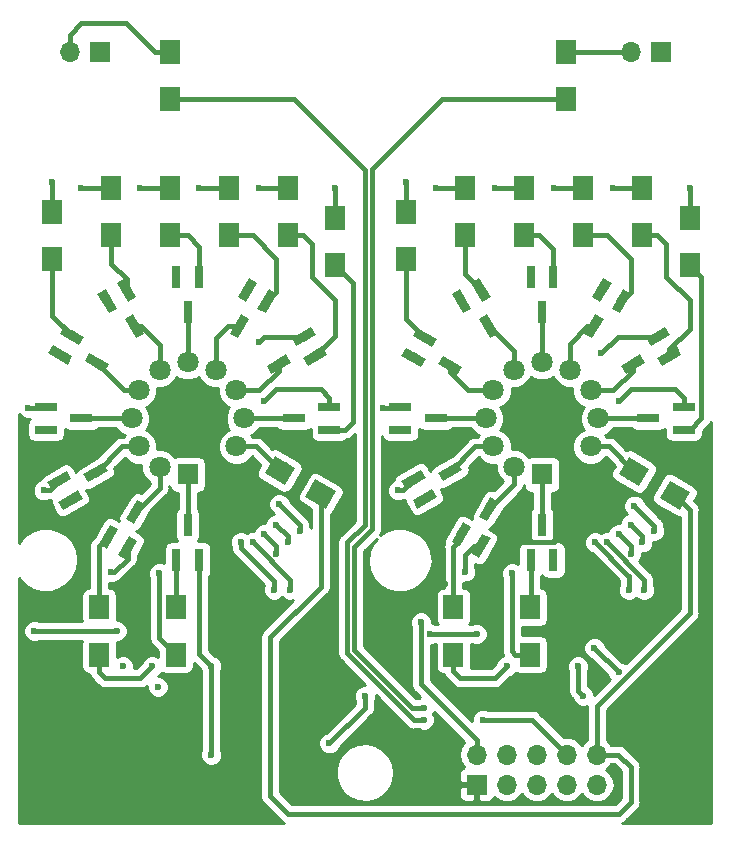
<source format=gtl>
G04 #@! TF.GenerationSoftware,KiCad,Pcbnew,(5.0.0-rc2-dev-756-g45dad4ded)*
G04 #@! TF.CreationDate,2018-06-12T00:49:01-07:00*
G04 #@! TF.ProjectId,Mod-IN2-Nix-Dis,4D6F642D494E322D4E69782D4469732E,rev?*
G04 #@! TF.SameCoordinates,Original*
G04 #@! TF.FileFunction,Copper,L1,Top,Signal*
G04 #@! TF.FilePolarity,Positive*
%FSLAX46Y46*%
G04 Gerber Fmt 4.6, Leading zero omitted, Abs format (unit mm)*
G04 Created by KiCad (PCBNEW (5.0.0-rc2-dev-756-g45dad4ded)) date 06/12/18 00:49:01*
%MOMM*%
%LPD*%
G01*
G04 APERTURE LIST*
G04 #@! TA.AperFunction,ComponentPad*
%ADD10R,1.700000X1.700000*%
G04 #@! TD*
G04 #@! TA.AperFunction,ComponentPad*
%ADD11O,1.700000X1.700000*%
G04 #@! TD*
G04 #@! TA.AperFunction,SMDPad,CuDef*
%ADD12R,1.900000X0.800000*%
G04 #@! TD*
G04 #@! TA.AperFunction,SMDPad,CuDef*
%ADD13C,0.800000*%
G04 #@! TD*
G04 #@! TA.AperFunction,Conductor*
%ADD14C,0.100000*%
G04 #@! TD*
G04 #@! TA.AperFunction,SMDPad,CuDef*
%ADD15R,0.800000X1.900000*%
G04 #@! TD*
G04 #@! TA.AperFunction,SMDPad,CuDef*
%ADD16R,1.700000X2.000000*%
G04 #@! TD*
G04 #@! TA.AperFunction,SMDPad,CuDef*
%ADD17C,1.700000*%
G04 #@! TD*
G04 #@! TA.AperFunction,ComponentPad*
%ADD18C,1.800000*%
G04 #@! TD*
G04 #@! TA.AperFunction,ComponentPad*
%ADD19R,1.800000X1.800000*%
G04 #@! TD*
G04 #@! TA.AperFunction,ViaPad*
%ADD20C,0.600000*%
G04 #@! TD*
G04 #@! TA.AperFunction,Conductor*
%ADD21C,0.400000*%
G04 #@! TD*
G04 #@! TA.AperFunction,Conductor*
%ADD22C,0.254000*%
G04 #@! TD*
G04 APERTURE END LIST*
D10*
G04 #@! TO.P,J1,1*
G04 #@! TO.N,+5V*
X164480000Y-122000000D03*
D11*
G04 #@! TO.P,J1,2*
G04 #@! TO.N,DATA*
X164480000Y-119460000D03*
G04 #@! TO.P,J1,3*
G04 #@! TO.N,CLK*
X167020000Y-122000000D03*
G04 #@! TO.P,J1,4*
G04 #@! TO.N,~CLR*
X167020000Y-119460000D03*
G04 #@! TO.P,J1,5*
G04 #@! TO.N,GND*
X169560000Y-122000000D03*
G04 #@! TO.P,J1,6*
G04 #@! TO.N,DIG_2_DEC*
X169560000Y-119460000D03*
G04 #@! TO.P,J1,7*
G04 #@! TO.N,Net-(J1-Pad7)*
X172100000Y-122000000D03*
G04 #@! TO.P,J1,8*
G04 #@! TO.N,DIG_1_DEC*
X172100000Y-119460000D03*
G04 #@! TO.P,J1,9*
G04 #@! TO.N,Net-(J1-Pad9)*
X174640000Y-122000000D03*
G04 #@! TO.P,J1,10*
G04 #@! TO.N,+170VDC*
X174640000Y-119460000D03*
G04 #@! TD*
D12*
G04 #@! TO.P,Q1,1*
G04 #@! TO.N,Net-(Q1-Pad1)*
X152000000Y-91950000D03*
G04 #@! TO.P,Q1,2*
G04 #@! TO.N,GND*
X152000000Y-90050000D03*
G04 #@! TO.P,Q1,3*
G04 #@! TO.N,Net-(Q1-Pad3)*
X149000000Y-91000000D03*
G04 #@! TD*
G04 #@! TO.P,Q2,1*
G04 #@! TO.N,Net-(Q2-Pad1)*
X182000000Y-91950000D03*
G04 #@! TO.P,Q2,2*
G04 #@! TO.N,GND*
X182000000Y-90050000D03*
G04 #@! TO.P,Q2,3*
G04 #@! TO.N,Net-(Q2-Pad3)*
X179000000Y-91000000D03*
G04 #@! TD*
D13*
G04 #@! TO.P,Q3,1*
G04 #@! TO.N,Net-(Q3-Pad1)*
X180773076Y-85722724D03*
D14*
G04 #@! TD*
G04 #@! TO.N,Net-(Q3-Pad1)*
G04 #@! TO.C,Q3*
G36*
X181395800Y-84901314D02*
X181795800Y-85594134D01*
X180150352Y-86544134D01*
X179750352Y-85851314D01*
X181395800Y-84901314D01*
X181395800Y-84901314D01*
G37*
D13*
G04 #@! TO.P,Q3,2*
G04 #@! TO.N,GND*
X179823076Y-84077276D03*
D14*
G04 #@! TD*
G04 #@! TO.N,GND*
G04 #@! TO.C,Q3*
G36*
X180445800Y-83255866D02*
X180845800Y-83948686D01*
X179200352Y-84898686D01*
X178800352Y-84205866D01*
X180445800Y-83255866D01*
X180445800Y-83255866D01*
G37*
D13*
G04 #@! TO.P,Q3,3*
G04 #@! TO.N,Net-(Q3-Pad3)*
X177700000Y-86400000D03*
D14*
G04 #@! TD*
G04 #@! TO.N,Net-(Q3-Pad3)*
G04 #@! TO.C,Q3*
G36*
X178322724Y-85578590D02*
X178722724Y-86271410D01*
X177077276Y-87221410D01*
X176677276Y-86528590D01*
X178322724Y-85578590D01*
X178322724Y-85578590D01*
G37*
D13*
G04 #@! TO.P,Q4,1*
G04 #@! TO.N,Net-(Q4-Pad1)*
X150773076Y-85722724D03*
D14*
G04 #@! TD*
G04 #@! TO.N,Net-(Q4-Pad1)*
G04 #@! TO.C,Q4*
G36*
X151395800Y-84901314D02*
X151795800Y-85594134D01*
X150150352Y-86544134D01*
X149750352Y-85851314D01*
X151395800Y-84901314D01*
X151395800Y-84901314D01*
G37*
D13*
G04 #@! TO.P,Q4,2*
G04 #@! TO.N,GND*
X149823076Y-84077276D03*
D14*
G04 #@! TD*
G04 #@! TO.N,GND*
G04 #@! TO.C,Q4*
G36*
X150445800Y-83255866D02*
X150845800Y-83948686D01*
X149200352Y-84898686D01*
X148800352Y-84205866D01*
X150445800Y-83255866D01*
X150445800Y-83255866D01*
G37*
D13*
G04 #@! TO.P,Q4,3*
G04 #@! TO.N,Net-(Q4-Pad3)*
X147700000Y-86400000D03*
D14*
G04 #@! TD*
G04 #@! TO.N,Net-(Q4-Pad3)*
G04 #@! TO.C,Q4*
G36*
X148322724Y-85578590D02*
X148722724Y-86271410D01*
X147077276Y-87221410D01*
X146677276Y-86528590D01*
X148322724Y-85578590D01*
X148322724Y-85578590D01*
G37*
D13*
G04 #@! TO.P,Q5,1*
G04 #@! TO.N,Net-(Q5-Pad1)*
X176722724Y-81076924D03*
D14*
G04 #@! TD*
G04 #@! TO.N,Net-(Q5-Pad1)*
G04 #@! TO.C,Q5*
G36*
X176851314Y-80054200D02*
X177544134Y-80454200D01*
X176594134Y-82099648D01*
X175901314Y-81699648D01*
X176851314Y-80054200D01*
X176851314Y-80054200D01*
G37*
D13*
G04 #@! TO.P,Q5,2*
G04 #@! TO.N,GND*
X175077276Y-80126924D03*
D14*
G04 #@! TD*
G04 #@! TO.N,GND*
G04 #@! TO.C,Q5*
G36*
X175205866Y-79104200D02*
X175898686Y-79504200D01*
X174948686Y-81149648D01*
X174255866Y-80749648D01*
X175205866Y-79104200D01*
X175205866Y-79104200D01*
G37*
D13*
G04 #@! TO.P,Q5,3*
G04 #@! TO.N,Net-(Q5-Pad3)*
X174400000Y-83200000D03*
D14*
G04 #@! TD*
G04 #@! TO.N,Net-(Q5-Pad3)*
G04 #@! TO.C,Q5*
G36*
X174528590Y-82177276D02*
X175221410Y-82577276D01*
X174271410Y-84222724D01*
X173578590Y-83822724D01*
X174528590Y-82177276D01*
X174528590Y-82177276D01*
G37*
D13*
G04 #@! TO.P,Q6,1*
G04 #@! TO.N,Net-(Q6-Pad1)*
X146722724Y-81076924D03*
D14*
G04 #@! TD*
G04 #@! TO.N,Net-(Q6-Pad1)*
G04 #@! TO.C,Q6*
G36*
X146851314Y-80054200D02*
X147544134Y-80454200D01*
X146594134Y-82099648D01*
X145901314Y-81699648D01*
X146851314Y-80054200D01*
X146851314Y-80054200D01*
G37*
D13*
G04 #@! TO.P,Q6,2*
G04 #@! TO.N,GND*
X145077276Y-80126924D03*
D14*
G04 #@! TD*
G04 #@! TO.N,GND*
G04 #@! TO.C,Q6*
G36*
X145205866Y-79104200D02*
X145898686Y-79504200D01*
X144948686Y-81149648D01*
X144255866Y-80749648D01*
X145205866Y-79104200D01*
X145205866Y-79104200D01*
G37*
D13*
G04 #@! TO.P,Q6,3*
G04 #@! TO.N,Net-(Q6-Pad3)*
X144400000Y-83200000D03*
D14*
G04 #@! TD*
G04 #@! TO.N,Net-(Q6-Pad3)*
G04 #@! TO.C,Q6*
G36*
X144528590Y-82177276D02*
X145221410Y-82577276D01*
X144271410Y-84222724D01*
X143578590Y-83822724D01*
X144528590Y-82177276D01*
X144528590Y-82177276D01*
G37*
D15*
G04 #@! TO.P,Q7,1*
G04 #@! TO.N,Net-(Q7-Pad1)*
X170950000Y-79000000D03*
G04 #@! TO.P,Q7,2*
G04 #@! TO.N,GND*
X169050000Y-79000000D03*
G04 #@! TO.P,Q7,3*
G04 #@! TO.N,Net-(Q7-Pad3)*
X170000000Y-82000000D03*
G04 #@! TD*
G04 #@! TO.P,Q8,1*
G04 #@! TO.N,Net-(Q8-Pad1)*
X140950000Y-79000000D03*
G04 #@! TO.P,Q8,2*
G04 #@! TO.N,GND*
X139050000Y-79000000D03*
G04 #@! TO.P,Q8,3*
G04 #@! TO.N,Net-(Q8-Pad3)*
X140000000Y-82000000D03*
G04 #@! TD*
D13*
G04 #@! TO.P,Q9,1*
G04 #@! TO.N,Net-(Q9-Pad1)*
X164822724Y-80126924D03*
D14*
G04 #@! TD*
G04 #@! TO.N,Net-(Q9-Pad1)*
G04 #@! TO.C,Q9*
G36*
X164001314Y-79504200D02*
X164694134Y-79104200D01*
X165644134Y-80749648D01*
X164951314Y-81149648D01*
X164001314Y-79504200D01*
X164001314Y-79504200D01*
G37*
D13*
G04 #@! TO.P,Q9,2*
G04 #@! TO.N,GND*
X163177276Y-81076924D03*
D14*
G04 #@! TD*
G04 #@! TO.N,GND*
G04 #@! TO.C,Q9*
G36*
X162355866Y-80454200D02*
X163048686Y-80054200D01*
X163998686Y-81699648D01*
X163305866Y-82099648D01*
X162355866Y-80454200D01*
X162355866Y-80454200D01*
G37*
D13*
G04 #@! TO.P,Q9,3*
G04 #@! TO.N,Net-(Q9-Pad3)*
X165500000Y-83200000D03*
D14*
G04 #@! TD*
G04 #@! TO.N,Net-(Q9-Pad3)*
G04 #@! TO.C,Q9*
G36*
X164678590Y-82577276D02*
X165371410Y-82177276D01*
X166321410Y-83822724D01*
X165628590Y-84222724D01*
X164678590Y-82577276D01*
X164678590Y-82577276D01*
G37*
D13*
G04 #@! TO.P,Q10,1*
G04 #@! TO.N,Net-(Q10-Pad1)*
X134822724Y-80126924D03*
D14*
G04 #@! TD*
G04 #@! TO.N,Net-(Q10-Pad1)*
G04 #@! TO.C,Q10*
G36*
X134001314Y-79504200D02*
X134694134Y-79104200D01*
X135644134Y-80749648D01*
X134951314Y-81149648D01*
X134001314Y-79504200D01*
X134001314Y-79504200D01*
G37*
D13*
G04 #@! TO.P,Q10,2*
G04 #@! TO.N,GND*
X133177276Y-81076924D03*
D14*
G04 #@! TD*
G04 #@! TO.N,GND*
G04 #@! TO.C,Q10*
G36*
X132355866Y-80454200D02*
X133048686Y-80054200D01*
X133998686Y-81699648D01*
X133305866Y-82099648D01*
X132355866Y-80454200D01*
X132355866Y-80454200D01*
G37*
D13*
G04 #@! TO.P,Q10,3*
G04 #@! TO.N,Net-(Q10-Pad3)*
X135500000Y-83200000D03*
D14*
G04 #@! TD*
G04 #@! TO.N,Net-(Q10-Pad3)*
G04 #@! TO.C,Q10*
G36*
X134678590Y-82577276D02*
X135371410Y-82177276D01*
X136321410Y-83822724D01*
X135628590Y-84222724D01*
X134678590Y-82577276D01*
X134678590Y-82577276D01*
G37*
D13*
G04 #@! TO.P,Q11,1*
G04 #@! TO.N,Net-(Q11-Pad1)*
X160076924Y-84177276D03*
D14*
G04 #@! TD*
G04 #@! TO.N,Net-(Q11-Pad1)*
G04 #@! TO.C,Q11*
G36*
X159054200Y-84048686D02*
X159454200Y-83355866D01*
X161099648Y-84305866D01*
X160699648Y-84998686D01*
X159054200Y-84048686D01*
X159054200Y-84048686D01*
G37*
D13*
G04 #@! TO.P,Q11,2*
G04 #@! TO.N,GND*
X159126924Y-85822724D03*
D14*
G04 #@! TD*
G04 #@! TO.N,GND*
G04 #@! TO.C,Q11*
G36*
X158104200Y-85694134D02*
X158504200Y-85001314D01*
X160149648Y-85951314D01*
X159749648Y-86644134D01*
X158104200Y-85694134D01*
X158104200Y-85694134D01*
G37*
D13*
G04 #@! TO.P,Q11,3*
G04 #@! TO.N,Net-(Q11-Pad3)*
X162200000Y-86500000D03*
D14*
G04 #@! TD*
G04 #@! TO.N,Net-(Q11-Pad3)*
G04 #@! TO.C,Q11*
G36*
X161177276Y-86371410D02*
X161577276Y-85678590D01*
X163222724Y-86628590D01*
X162822724Y-87321410D01*
X161177276Y-86371410D01*
X161177276Y-86371410D01*
G37*
D13*
G04 #@! TO.P,Q12,1*
G04 #@! TO.N,Net-(Q12-Pad1)*
X130176924Y-83977276D03*
D14*
G04 #@! TD*
G04 #@! TO.N,Net-(Q12-Pad1)*
G04 #@! TO.C,Q12*
G36*
X129154200Y-83848686D02*
X129554200Y-83155866D01*
X131199648Y-84105866D01*
X130799648Y-84798686D01*
X129154200Y-83848686D01*
X129154200Y-83848686D01*
G37*
D13*
G04 #@! TO.P,Q12,2*
G04 #@! TO.N,GND*
X129226924Y-85622724D03*
D14*
G04 #@! TD*
G04 #@! TO.N,GND*
G04 #@! TO.C,Q12*
G36*
X128204200Y-85494134D02*
X128604200Y-84801314D01*
X130249648Y-85751314D01*
X129849648Y-86444134D01*
X128204200Y-85494134D01*
X128204200Y-85494134D01*
G37*
D13*
G04 #@! TO.P,Q12,3*
G04 #@! TO.N,Net-(Q12-Pad3)*
X132300000Y-86300000D03*
D14*
G04 #@! TD*
G04 #@! TO.N,Net-(Q12-Pad3)*
G04 #@! TO.C,Q12*
G36*
X131277276Y-86171410D02*
X131677276Y-85478590D01*
X133322724Y-86428590D01*
X132922724Y-87121410D01*
X131277276Y-86171410D01*
X131277276Y-86171410D01*
G37*
D12*
G04 #@! TO.P,Q13,1*
G04 #@! TO.N,Net-(Q13-Pad1)*
X158000000Y-90050000D03*
G04 #@! TO.P,Q13,2*
G04 #@! TO.N,GND*
X158000000Y-91950000D03*
G04 #@! TO.P,Q13,3*
G04 #@! TO.N,Net-(Q13-Pad3)*
X161000000Y-91000000D03*
G04 #@! TD*
G04 #@! TO.P,Q14,1*
G04 #@! TO.N,Net-(Q14-Pad1)*
X128000000Y-90050000D03*
G04 #@! TO.P,Q14,2*
G04 #@! TO.N,GND*
X128000000Y-91950000D03*
G04 #@! TO.P,Q14,3*
G04 #@! TO.N,Net-(Q14-Pad3)*
X131000000Y-91000000D03*
G04 #@! TD*
D13*
G04 #@! TO.P,Q15,1*
G04 #@! TO.N,Net-(Q15-Pad1)*
X159126924Y-96177276D03*
D14*
G04 #@! TD*
G04 #@! TO.N,Net-(Q15-Pad1)*
G04 #@! TO.C,Q15*
G36*
X158504200Y-96998686D02*
X158104200Y-96305866D01*
X159749648Y-95355866D01*
X160149648Y-96048686D01*
X158504200Y-96998686D01*
X158504200Y-96998686D01*
G37*
D13*
G04 #@! TO.P,Q15,2*
G04 #@! TO.N,GND*
X160076924Y-97822724D03*
D14*
G04 #@! TD*
G04 #@! TO.N,GND*
G04 #@! TO.C,Q15*
G36*
X159454200Y-98644134D02*
X159054200Y-97951314D01*
X160699648Y-97001314D01*
X161099648Y-97694134D01*
X159454200Y-98644134D01*
X159454200Y-98644134D01*
G37*
D13*
G04 #@! TO.P,Q15,3*
G04 #@! TO.N,Net-(Q15-Pad3)*
X162200000Y-95500000D03*
D14*
G04 #@! TD*
G04 #@! TO.N,Net-(Q15-Pad3)*
G04 #@! TO.C,Q15*
G36*
X161577276Y-96321410D02*
X161177276Y-95628590D01*
X162822724Y-94678590D01*
X163222724Y-95371410D01*
X161577276Y-96321410D01*
X161577276Y-96321410D01*
G37*
D13*
G04 #@! TO.P,Q16,1*
G04 #@! TO.N,Net-(Q16-Pad1)*
X129126924Y-96277276D03*
D14*
G04 #@! TD*
G04 #@! TO.N,Net-(Q16-Pad1)*
G04 #@! TO.C,Q16*
G36*
X128504200Y-97098686D02*
X128104200Y-96405866D01*
X129749648Y-95455866D01*
X130149648Y-96148686D01*
X128504200Y-97098686D01*
X128504200Y-97098686D01*
G37*
D13*
G04 #@! TO.P,Q16,2*
G04 #@! TO.N,GND*
X130076924Y-97922724D03*
D14*
G04 #@! TD*
G04 #@! TO.N,GND*
G04 #@! TO.C,Q16*
G36*
X129454200Y-98744134D02*
X129054200Y-98051314D01*
X130699648Y-97101314D01*
X131099648Y-97794134D01*
X129454200Y-98744134D01*
X129454200Y-98744134D01*
G37*
D13*
G04 #@! TO.P,Q16,3*
G04 #@! TO.N,Net-(Q16-Pad3)*
X132200000Y-95600000D03*
D14*
G04 #@! TD*
G04 #@! TO.N,Net-(Q16-Pad3)*
G04 #@! TO.C,Q16*
G36*
X131577276Y-96421410D02*
X131177276Y-95728590D01*
X132822724Y-94778590D01*
X133222724Y-95471410D01*
X131577276Y-96421410D01*
X131577276Y-96421410D01*
G37*
D13*
G04 #@! TO.P,Q17,1*
G04 #@! TO.N,Net-(Q17-Pad1)*
X163177276Y-100824038D03*
D14*
G04 #@! TD*
G04 #@! TO.N,Net-(Q17-Pad1)*
G04 #@! TO.C,Q17*
G36*
X163048686Y-101846762D02*
X162355866Y-101446762D01*
X163305866Y-99801314D01*
X163998686Y-100201314D01*
X163048686Y-101846762D01*
X163048686Y-101846762D01*
G37*
D13*
G04 #@! TO.P,Q17,2*
G04 #@! TO.N,GND*
X164822724Y-101774038D03*
D14*
G04 #@! TD*
G04 #@! TO.N,GND*
G04 #@! TO.C,Q17*
G36*
X164694134Y-102796762D02*
X164001314Y-102396762D01*
X164951314Y-100751314D01*
X165644134Y-101151314D01*
X164694134Y-102796762D01*
X164694134Y-102796762D01*
G37*
D13*
G04 #@! TO.P,Q17,3*
G04 #@! TO.N,Net-(Q17-Pad3)*
X165500000Y-98700962D03*
D14*
G04 #@! TD*
G04 #@! TO.N,Net-(Q17-Pad3)*
G04 #@! TO.C,Q17*
G36*
X165371410Y-99723686D02*
X164678590Y-99323686D01*
X165628590Y-97678238D01*
X166321410Y-98078238D01*
X165371410Y-99723686D01*
X165371410Y-99723686D01*
G37*
D13*
G04 #@! TO.P,Q18,1*
G04 #@! TO.N,Net-(Q18-Pad1)*
X133277276Y-101023076D03*
D14*
G04 #@! TD*
G04 #@! TO.N,Net-(Q18-Pad1)*
G04 #@! TO.C,Q18*
G36*
X133148686Y-102045800D02*
X132455866Y-101645800D01*
X133405866Y-100000352D01*
X134098686Y-100400352D01*
X133148686Y-102045800D01*
X133148686Y-102045800D01*
G37*
D13*
G04 #@! TO.P,Q18,2*
G04 #@! TO.N,GND*
X134922724Y-101973076D03*
D14*
G04 #@! TD*
G04 #@! TO.N,GND*
G04 #@! TO.C,Q18*
G36*
X134794134Y-102995800D02*
X134101314Y-102595800D01*
X135051314Y-100950352D01*
X135744134Y-101350352D01*
X134794134Y-102995800D01*
X134794134Y-102995800D01*
G37*
D13*
G04 #@! TO.P,Q18,3*
G04 #@! TO.N,Net-(Q18-Pad3)*
X135600000Y-98900000D03*
D14*
G04 #@! TD*
G04 #@! TO.N,Net-(Q18-Pad3)*
G04 #@! TO.C,Q18*
G36*
X135471410Y-99922724D02*
X134778590Y-99522724D01*
X135728590Y-97877276D01*
X136421410Y-98277276D01*
X135471410Y-99922724D01*
X135471410Y-99922724D01*
G37*
D15*
G04 #@! TO.P,Q19,1*
G04 #@! TO.N,Net-(Q19-Pad1)*
X169050000Y-103000000D03*
G04 #@! TO.P,Q19,2*
G04 #@! TO.N,GND*
X170950000Y-103000000D03*
G04 #@! TO.P,Q19,3*
G04 #@! TO.N,Net-(Q19-Pad3)*
X170000000Y-100000000D03*
G04 #@! TD*
G04 #@! TO.P,Q20,1*
G04 #@! TO.N,Net-(Q20-Pad1)*
X139050000Y-103000000D03*
G04 #@! TO.P,Q20,2*
G04 #@! TO.N,GND*
X140950000Y-103000000D03*
G04 #@! TO.P,Q20,3*
G04 #@! TO.N,Net-(Q20-Pad3)*
X140000000Y-100000000D03*
G04 #@! TD*
D16*
G04 #@! TO.P,R1,1*
G04 #@! TO.N,Net-(D1-Pad2)*
X138500000Y-60000000D03*
G04 #@! TO.P,R1,2*
G04 #@! TO.N,DIG_1_DEC*
X138500000Y-64000000D03*
G04 #@! TD*
G04 #@! TO.P,R2,1*
G04 #@! TO.N,Net-(D2-Pad2)*
X172000000Y-60000000D03*
G04 #@! TO.P,R2,2*
G04 #@! TO.N,DIG_2_DEC*
X172000000Y-64000000D03*
G04 #@! TD*
G04 #@! TO.P,R3,1*
G04 #@! TO.N,Net-(Q1-Pad1)*
X152500000Y-78000000D03*
G04 #@! TO.P,R3,2*
G04 #@! TO.N,Net-(R3-Pad2)*
X152500000Y-74000000D03*
G04 #@! TD*
G04 #@! TO.P,R4,1*
G04 #@! TO.N,Net-(Q2-Pad1)*
X182500000Y-78000000D03*
G04 #@! TO.P,R4,2*
G04 #@! TO.N,Net-(R4-Pad2)*
X182500000Y-74000000D03*
G04 #@! TD*
G04 #@! TO.P,R5,1*
G04 #@! TO.N,Net-(Q3-Pad1)*
X178500000Y-75500000D03*
G04 #@! TO.P,R5,2*
G04 #@! TO.N,Net-(R5-Pad2)*
X178500000Y-71500000D03*
G04 #@! TD*
G04 #@! TO.P,R6,1*
G04 #@! TO.N,Net-(Q4-Pad1)*
X148500000Y-75500000D03*
G04 #@! TO.P,R6,2*
G04 #@! TO.N,Net-(R6-Pad2)*
X148500000Y-71500000D03*
G04 #@! TD*
G04 #@! TO.P,R7,1*
G04 #@! TO.N,Net-(Q5-Pad1)*
X173500000Y-75500000D03*
G04 #@! TO.P,R7,2*
G04 #@! TO.N,Net-(R7-Pad2)*
X173500000Y-71500000D03*
G04 #@! TD*
G04 #@! TO.P,R8,1*
G04 #@! TO.N,Net-(Q6-Pad1)*
X143500000Y-75500000D03*
G04 #@! TO.P,R8,2*
G04 #@! TO.N,Net-(R8-Pad2)*
X143500000Y-71500000D03*
G04 #@! TD*
G04 #@! TO.P,R9,1*
G04 #@! TO.N,Net-(Q7-Pad1)*
X168500000Y-75500000D03*
G04 #@! TO.P,R9,2*
G04 #@! TO.N,Net-(R9-Pad2)*
X168500000Y-71500000D03*
G04 #@! TD*
G04 #@! TO.P,R10,1*
G04 #@! TO.N,Net-(Q8-Pad1)*
X138500000Y-75500000D03*
G04 #@! TO.P,R10,2*
G04 #@! TO.N,Net-(R10-Pad2)*
X138500000Y-71500000D03*
G04 #@! TD*
G04 #@! TO.P,R11,1*
G04 #@! TO.N,Net-(Q9-Pad1)*
X163500000Y-75500000D03*
G04 #@! TO.P,R11,2*
G04 #@! TO.N,Net-(R11-Pad2)*
X163500000Y-71500000D03*
G04 #@! TD*
G04 #@! TO.P,R12,1*
G04 #@! TO.N,Net-(Q10-Pad1)*
X133500000Y-75500000D03*
G04 #@! TO.P,R12,2*
G04 #@! TO.N,Net-(R12-Pad2)*
X133500000Y-71500000D03*
G04 #@! TD*
G04 #@! TO.P,R13,1*
G04 #@! TO.N,Net-(Q11-Pad1)*
X158500000Y-77500000D03*
G04 #@! TO.P,R13,2*
G04 #@! TO.N,Net-(R13-Pad2)*
X158500000Y-73500000D03*
G04 #@! TD*
G04 #@! TO.P,R14,1*
G04 #@! TO.N,Net-(Q12-Pad1)*
X128500000Y-77500000D03*
G04 #@! TO.P,R14,2*
G04 #@! TO.N,Net-(R14-Pad2)*
X128500000Y-73500000D03*
G04 #@! TD*
D17*
G04 #@! TO.P,R17,1*
G04 #@! TO.N,+170VDC*
X181264102Y-97500000D03*
D14*
G04 #@! TD*
G04 #@! TO.N,+170VDC*
G04 #@! TO.C,R17*
G36*
X182555127Y-97263878D02*
X181705127Y-98736122D01*
X179973077Y-97736122D01*
X180823077Y-96263878D01*
X182555127Y-97263878D01*
X182555127Y-97263878D01*
G37*
D17*
G04 #@! TO.P,R17,2*
G04 #@! TO.N,Net-(R17-Pad2)*
X177800000Y-95500000D03*
D14*
G04 #@! TD*
G04 #@! TO.N,Net-(R17-Pad2)*
G04 #@! TO.C,R17*
G36*
X179091025Y-95263878D02*
X178241025Y-96736122D01*
X176508975Y-95736122D01*
X177358975Y-94263878D01*
X179091025Y-95263878D01*
X179091025Y-95263878D01*
G37*
D17*
G04 #@! TO.P,R18,1*
G04 #@! TO.N,+170VDC*
X151264102Y-97400000D03*
D14*
G04 #@! TD*
G04 #@! TO.N,+170VDC*
G04 #@! TO.C,R18*
G36*
X152555127Y-97163878D02*
X151705127Y-98636122D01*
X149973077Y-97636122D01*
X150823077Y-96163878D01*
X152555127Y-97163878D01*
X152555127Y-97163878D01*
G37*
D17*
G04 #@! TO.P,R18,2*
G04 #@! TO.N,Net-(R18-Pad2)*
X147800000Y-95400000D03*
D14*
G04 #@! TD*
G04 #@! TO.N,Net-(R18-Pad2)*
G04 #@! TO.C,R18*
G36*
X149091025Y-95163878D02*
X148241025Y-96636122D01*
X146508975Y-95636122D01*
X147358975Y-94163878D01*
X149091025Y-95163878D01*
X149091025Y-95163878D01*
G37*
D16*
G04 #@! TO.P,R21,1*
G04 #@! TO.N,Net-(Q17-Pad1)*
X162500000Y-107000000D03*
G04 #@! TO.P,R21,2*
G04 #@! TO.N,Net-(R21-Pad2)*
X162500000Y-111000000D03*
G04 #@! TD*
G04 #@! TO.P,R22,1*
G04 #@! TO.N,Net-(Q18-Pad1)*
X132500000Y-107000000D03*
G04 #@! TO.P,R22,2*
G04 #@! TO.N,Net-(R22-Pad2)*
X132500000Y-111000000D03*
G04 #@! TD*
G04 #@! TO.P,R23,1*
G04 #@! TO.N,Net-(Q19-Pad1)*
X169000000Y-107000000D03*
G04 #@! TO.P,R23,2*
G04 #@! TO.N,Net-(R23-Pad2)*
X169000000Y-111000000D03*
G04 #@! TD*
G04 #@! TO.P,R24,1*
G04 #@! TO.N,Net-(Q20-Pad1)*
X139000000Y-107000000D03*
G04 #@! TO.P,R24,2*
G04 #@! TO.N,Net-(R24-Pad2)*
X139000000Y-111000000D03*
G04 #@! TD*
D18*
G04 #@! TO.P,U5,7*
G04 #@! TO.N,Net-(Q8-Pad3)*
X140000000Y-86250000D03*
G04 #@! TO.P,U5,8*
G04 #@! TO.N,Net-(Q6-Pad3)*
X142375000Y-86886000D03*
G04 #@! TO.P,U5,9*
G04 #@! TO.N,Net-(Q4-Pad3)*
X144114000Y-88625000D03*
G04 #@! TO.P,U5,10*
G04 #@! TO.N,Net-(Q1-Pad3)*
X144750000Y-91000000D03*
G04 #@! TO.P,U5,11*
G04 #@! TO.N,Net-(R18-Pad2)*
X144114000Y-93375000D03*
D19*
G04 #@! TO.P,U5,1*
G04 #@! TO.N,Net-(Q20-Pad3)*
X140000000Y-95750000D03*
D18*
G04 #@! TO.P,U5,2*
G04 #@! TO.N,Net-(Q18-Pad3)*
X137625000Y-95114000D03*
G04 #@! TO.P,U5,3*
G04 #@! TO.N,Net-(Q16-Pad3)*
X135886000Y-93375000D03*
G04 #@! TO.P,U5,4*
G04 #@! TO.N,Net-(Q14-Pad3)*
X135250000Y-91000000D03*
G04 #@! TO.P,U5,5*
G04 #@! TO.N,Net-(Q12-Pad3)*
X135886000Y-88625000D03*
G04 #@! TO.P,U5,6*
G04 #@! TO.N,Net-(Q10-Pad3)*
X137625000Y-86886000D03*
G04 #@! TD*
G04 #@! TO.P,U4,7*
G04 #@! TO.N,Net-(Q7-Pad3)*
X170000000Y-86250000D03*
G04 #@! TO.P,U4,8*
G04 #@! TO.N,Net-(Q5-Pad3)*
X172375000Y-86886000D03*
G04 #@! TO.P,U4,9*
G04 #@! TO.N,Net-(Q3-Pad3)*
X174114000Y-88625000D03*
G04 #@! TO.P,U4,10*
G04 #@! TO.N,Net-(Q2-Pad3)*
X174750000Y-91000000D03*
G04 #@! TO.P,U4,11*
G04 #@! TO.N,Net-(R17-Pad2)*
X174114000Y-93375000D03*
D19*
G04 #@! TO.P,U4,1*
G04 #@! TO.N,Net-(Q19-Pad3)*
X170000000Y-95750000D03*
D18*
G04 #@! TO.P,U4,2*
G04 #@! TO.N,Net-(Q17-Pad3)*
X167625000Y-95114000D03*
G04 #@! TO.P,U4,3*
G04 #@! TO.N,Net-(Q15-Pad3)*
X165886000Y-93375000D03*
G04 #@! TO.P,U4,4*
G04 #@! TO.N,Net-(Q13-Pad3)*
X165250000Y-91000000D03*
G04 #@! TO.P,U4,5*
G04 #@! TO.N,Net-(Q11-Pad3)*
X165886000Y-88625000D03*
G04 #@! TO.P,U4,6*
G04 #@! TO.N,Net-(Q9-Pad3)*
X167625000Y-86886000D03*
G04 #@! TD*
D10*
G04 #@! TO.P,D1,1*
G04 #@! TO.N,GND*
X132540000Y-60000000D03*
D11*
G04 #@! TO.P,D1,2*
G04 #@! TO.N,Net-(D1-Pad2)*
X130000000Y-60000000D03*
G04 #@! TD*
D10*
G04 #@! TO.P,D2,1*
G04 #@! TO.N,GND*
X180040000Y-60000000D03*
D11*
G04 #@! TO.P,D2,2*
G04 #@! TO.N,Net-(D2-Pad2)*
X177500000Y-60000000D03*
G04 #@! TD*
D20*
G04 #@! TO.N,*
X137500000Y-113750000D03*
X134500000Y-112000000D03*
X173500000Y-114500000D03*
X173050000Y-112000000D03*
G04 #@! TO.N,+5V*
X145250000Y-112750000D03*
X141450001Y-100049999D03*
X138500000Y-99750000D03*
X163750000Y-105000000D03*
X161750000Y-105000000D03*
X155250000Y-109460000D03*
X167500000Y-101500000D03*
X178250000Y-109750000D03*
X180250000Y-111750000D03*
X180000000Y-122750000D03*
X137445000Y-101555000D03*
X150000000Y-108500000D03*
G04 #@! TO.N,GND*
X176500000Y-112500000D03*
X174445000Y-110445000D03*
X176500000Y-89500000D03*
X175000000Y-85500000D03*
X146500000Y-89500000D03*
X146000000Y-84500000D03*
X145077276Y-80126924D03*
X139050000Y-79000000D03*
X152000000Y-118500000D03*
X155000000Y-114500000D03*
X142000000Y-112000000D03*
X142000000Y-119500000D03*
X133500000Y-104000000D03*
X130076924Y-97922724D03*
X128000000Y-91950000D03*
X129226924Y-85622724D03*
X133177276Y-81076924D03*
X170950000Y-103000000D03*
X163500000Y-104000000D03*
X160076924Y-97822724D03*
X175077276Y-80126924D03*
X169050000Y-79000000D03*
X163177276Y-81076924D03*
X158000000Y-91950000D03*
X159126924Y-85822724D03*
G04 #@! TO.N,DATA*
X159750000Y-108250000D03*
G04 #@! TO.N,DIG_2_DEC*
X160000000Y-115500000D03*
G04 #@! TO.N,DIG_1_DEC*
X165000000Y-116500000D03*
X160000000Y-116500000D03*
G04 #@! TO.N,Net-(Q13-Pad1)*
X156500000Y-90100000D03*
G04 #@! TO.N,Net-(Q14-Pad1)*
X126500000Y-90100000D03*
G04 #@! TO.N,Net-(Q15-Pad1)*
X157800000Y-97100000D03*
G04 #@! TO.N,Net-(Q16-Pad1)*
X127800000Y-97100000D03*
G04 #@! TO.N,Net-(R3-Pad2)*
X152500000Y-71500000D03*
G04 #@! TO.N,Net-(R4-Pad2)*
X182500000Y-71500000D03*
G04 #@! TO.N,Net-(R5-Pad2)*
X176000000Y-71500000D03*
X177500000Y-100000000D03*
X178500000Y-101500000D03*
G04 #@! TO.N,Net-(R6-Pad2)*
X148500000Y-101500000D03*
X147500000Y-100000000D03*
X146000000Y-71500000D03*
G04 #@! TO.N,Net-(R7-Pad2)*
X171000000Y-71500000D03*
X177824264Y-98400000D03*
X179500000Y-100500000D03*
G04 #@! TO.N,Net-(R8-Pad2)*
X149500000Y-100500000D03*
X147750000Y-98250000D03*
X141000000Y-71500000D03*
G04 #@! TO.N,Net-(R9-Pad2)*
X166000000Y-71500000D03*
X176500000Y-100800000D03*
X177500000Y-102500000D03*
G04 #@! TO.N,Net-(R10-Pad2)*
X146500000Y-100800000D03*
X147500000Y-102500000D03*
X136000000Y-71500000D03*
G04 #@! TO.N,Net-(R11-Pad2)*
X161000000Y-71500000D03*
X175500000Y-101500000D03*
X178650000Y-105500000D03*
G04 #@! TO.N,Net-(R12-Pad2)*
X148650000Y-105500000D03*
X145500000Y-101500000D03*
X131000000Y-71500000D03*
G04 #@! TO.N,Net-(R13-Pad2)*
X158500000Y-71000000D03*
X174500000Y-101500000D03*
X177348542Y-105500000D03*
G04 #@! TO.N,Net-(R14-Pad2)*
X144500000Y-101500000D03*
X147300000Y-105500000D03*
X128500000Y-71000000D03*
G04 #@! TO.N,Net-(R21-Pad2)*
X167000000Y-112000000D03*
G04 #@! TO.N,Net-(R22-Pad2)*
X137000000Y-112000000D03*
G04 #@! TO.N,Net-(R23-Pad2)*
X167450000Y-104100000D03*
G04 #@! TO.N,Net-(R24-Pad2)*
X137595000Y-104095000D03*
G04 #@! TO.N,Net-(U1-Pad3)*
X164500000Y-109250000D03*
X160500000Y-109250000D03*
G04 #@! TO.N,Net-(U1-Pad10)*
X134000000Y-109000000D03*
X127000000Y-109000000D03*
G04 #@! TD*
D21*
G04 #@! TO.N,*
X173050000Y-112000000D02*
X173050000Y-114050000D01*
X173050000Y-114050000D02*
X173500000Y-114500000D01*
G04 #@! TO.N,+5V*
X143000000Y-110500000D02*
X145250000Y-112750000D01*
X143000000Y-101500000D02*
X143000000Y-110500000D01*
X141849998Y-100349998D02*
X143000000Y-101500000D01*
X141450001Y-100049999D02*
X141750000Y-100349998D01*
X141750000Y-100349998D02*
X141849998Y-100349998D01*
X137445000Y-100805000D02*
X138500000Y-99750000D01*
X137445000Y-101555000D02*
X137445000Y-100805000D01*
X161000000Y-105000000D02*
X161750000Y-105000000D01*
X159750000Y-106250000D02*
X161000000Y-105000000D01*
X155750000Y-106250000D02*
X159750000Y-106250000D01*
X155250000Y-106750000D02*
X155750000Y-106250000D01*
X155250000Y-107250000D02*
X155250000Y-106750000D01*
X155250000Y-109460000D02*
X155250000Y-107250000D01*
X182500000Y-114000000D02*
X180250000Y-111750000D01*
X182500000Y-122000000D02*
X182500000Y-114000000D01*
X181750000Y-122750000D02*
X182500000Y-122000000D01*
X180000000Y-122750000D02*
X181750000Y-122750000D01*
X171000000Y-101500000D02*
X171750000Y-100750000D01*
X167500000Y-101500000D02*
X171000000Y-101500000D01*
G04 #@! TO.N,GND*
X174445000Y-110445000D02*
X176500000Y-112500000D01*
X177500000Y-88500000D02*
X176500000Y-89500000D01*
X181250000Y-88500000D02*
X177500000Y-88500000D01*
X182000000Y-90050000D02*
X182000000Y-89250000D01*
X182000000Y-89250000D02*
X181250000Y-88500000D01*
X176422724Y-84077276D02*
X175000000Y-85500000D01*
X179823076Y-84077276D02*
X176422724Y-84077276D01*
X147500000Y-88500000D02*
X146500000Y-89500000D01*
X151250000Y-88500000D02*
X147500000Y-88500000D01*
X152000000Y-90050000D02*
X152000000Y-89250000D01*
X152000000Y-89250000D02*
X151250000Y-88500000D01*
X146422724Y-84077276D02*
X146000000Y-84500000D01*
X149823076Y-84077276D02*
X146422724Y-84077276D01*
X155000000Y-115500000D02*
X152000000Y-118500000D01*
X155000000Y-114500000D02*
X155000000Y-115500000D01*
X142000000Y-112000000D02*
X142000000Y-119500000D01*
X140950000Y-110950000D02*
X142000000Y-112000000D01*
X140950000Y-103000000D02*
X140950000Y-110950000D01*
X133795799Y-104000000D02*
X133500000Y-104000000D01*
X134922724Y-101973076D02*
X134922724Y-102873075D01*
X134922724Y-102873075D02*
X133795799Y-104000000D01*
X163500000Y-102534882D02*
X163500000Y-104000000D01*
X164822724Y-101774038D02*
X164260844Y-101774038D01*
X164260844Y-101774038D02*
X163500000Y-102534882D01*
G04 #@! TO.N,Net-(D1-Pad2)*
X131000000Y-57500000D02*
X134750000Y-57500000D01*
X134750000Y-57500000D02*
X137250000Y-60000000D01*
X137250000Y-60000000D02*
X138500000Y-60000000D01*
X130000000Y-58500000D02*
X131000000Y-57500000D01*
X130000000Y-60000000D02*
X130000000Y-58500000D01*
G04 #@! TO.N,Net-(D2-Pad2)*
X172000000Y-60000000D02*
X177500000Y-60000000D01*
G04 #@! TO.N,DATA*
X159750000Y-113527919D02*
X159750000Y-108250000D01*
X164480000Y-119460000D02*
X164480000Y-118257919D01*
X164480000Y-118257919D02*
X159750000Y-113527919D01*
G04 #@! TO.N,DIG_2_DEC*
X172000000Y-64000000D02*
X161500000Y-64000000D01*
X161500000Y-64000000D02*
X155600010Y-69899990D01*
X155600010Y-69899990D02*
X155600010Y-100399990D01*
X155600010Y-100399990D02*
X154100010Y-101899990D01*
X159575736Y-115500000D02*
X160000000Y-115500000D01*
X154100010Y-101899990D02*
X154100010Y-110578534D01*
X159021476Y-115500000D02*
X159575736Y-115500000D01*
X154100010Y-110578534D02*
X159021476Y-115500000D01*
G04 #@! TO.N,DIG_1_DEC*
X165000000Y-116500000D02*
X169140000Y-116500000D01*
X169140000Y-116500000D02*
X172100000Y-119460000D01*
X159172934Y-116500000D02*
X160000000Y-116500000D01*
X153500000Y-110330002D02*
X153500001Y-110827067D01*
X153500001Y-110827067D02*
X159172934Y-116500000D01*
X138500000Y-64000000D02*
X149000000Y-64000000D01*
X149000000Y-64000000D02*
X155000000Y-70000000D01*
X155000000Y-70000000D02*
X155000000Y-100000000D01*
X155000000Y-100000000D02*
X153500000Y-101500000D01*
X153500000Y-101500000D02*
X153500000Y-110330002D01*
G04 #@! TO.N,+170VDC*
X174640000Y-119460000D02*
X176460000Y-119460000D01*
X176460000Y-119460000D02*
X177500000Y-120500000D01*
X177500000Y-120500000D02*
X177500000Y-123500000D01*
X151264102Y-105235898D02*
X151264102Y-97400000D01*
X177500000Y-123500000D02*
X176500000Y-124500000D01*
X176500000Y-124500000D02*
X148500000Y-124500000D01*
X148500000Y-124500000D02*
X147000000Y-123000000D01*
X147000000Y-123000000D02*
X147000000Y-109500000D01*
X147000000Y-109500000D02*
X151264102Y-105235898D01*
X182500000Y-107500000D02*
X182500000Y-98735898D01*
X182500000Y-98735898D02*
X181264102Y-97500000D01*
X174640000Y-115360000D02*
X182500000Y-107500000D01*
X174640000Y-119460000D02*
X174640000Y-115360000D01*
G04 #@! TO.N,Net-(Q1-Pad1)*
X152000000Y-91950000D02*
X153350000Y-91950000D01*
X153350000Y-91950000D02*
X154000000Y-91300000D01*
X154000000Y-91300000D02*
X154000000Y-79500000D01*
X154000000Y-79500000D02*
X152500000Y-78000000D01*
G04 #@! TO.N,Net-(Q1-Pad3)*
X149000000Y-91000000D02*
X144750000Y-91000000D01*
G04 #@! TO.N,Net-(Q2-Pad1)*
X183500000Y-79500000D02*
X183500000Y-91000000D01*
X182550000Y-91950000D02*
X183500000Y-91000000D01*
X182000000Y-91950000D02*
X182550000Y-91950000D01*
X183500000Y-79000000D02*
X183500000Y-79500000D01*
X182500000Y-78000000D02*
X183500000Y-79000000D01*
G04 #@! TO.N,Net-(Q2-Pad3)*
X179000000Y-91000000D02*
X174750000Y-91000000D01*
G04 #@! TO.N,Net-(Q3-Pad1)*
X178500000Y-75500000D02*
X179750000Y-75500000D01*
X179750000Y-75500000D02*
X180500000Y-76250000D01*
X180500000Y-76250000D02*
X180500000Y-79000000D01*
X180500000Y-79000000D02*
X182500000Y-81000000D01*
X182500000Y-81000000D02*
X182500000Y-83433920D01*
X180773076Y-85160844D02*
X180773076Y-85722724D01*
X182500000Y-83433920D02*
X180773076Y-85160844D01*
G04 #@! TO.N,Net-(Q3-Pad3)*
X177700000Y-86400000D02*
X177700000Y-86961880D01*
X175191630Y-88625000D02*
X174114000Y-88625000D01*
X177700000Y-86961880D02*
X176036880Y-88625000D01*
X176036880Y-88625000D02*
X175191630Y-88625000D01*
G04 #@! TO.N,Net-(Q4-Pad1)*
X152500000Y-83995800D02*
X150773076Y-85722724D01*
X150500000Y-79000000D02*
X152500000Y-81000000D01*
X152500000Y-81000000D02*
X152500000Y-83995800D01*
X148500000Y-75500000D02*
X149750000Y-75500000D01*
X149750000Y-75500000D02*
X150500000Y-76250000D01*
X150500000Y-76250000D02*
X150500000Y-79000000D01*
G04 #@! TO.N,Net-(Q4-Pad3)*
X147700000Y-86400000D02*
X147700000Y-86961880D01*
X147700000Y-86961880D02*
X146036880Y-88625000D01*
X146036880Y-88625000D02*
X145191630Y-88625000D01*
X145191630Y-88625000D02*
X144114000Y-88625000D01*
G04 #@! TO.N,Net-(Q5-Pad1)*
X173500000Y-75500000D02*
X175500000Y-75500000D01*
X175500000Y-75500000D02*
X177500000Y-77500000D01*
X177500000Y-77500000D02*
X177500000Y-80299648D01*
X177500000Y-80299648D02*
X176722724Y-81076924D01*
G04 #@! TO.N,Net-(Q5-Pad3)*
X174400000Y-83200000D02*
X173838120Y-83200000D01*
X173838120Y-83200000D02*
X172375000Y-84663120D01*
X172375000Y-84663120D02*
X172375000Y-86886000D01*
G04 #@! TO.N,Net-(Q6-Pad1)*
X143500000Y-75500000D02*
X145500000Y-75500000D01*
X145500000Y-75500000D02*
X147500000Y-77500000D01*
X147500000Y-77500000D02*
X147500000Y-80299648D01*
X147500000Y-80299648D02*
X146722724Y-81076924D01*
G04 #@! TO.N,Net-(Q6-Pad3)*
X143400000Y-83200000D02*
X142375000Y-84225000D01*
X142375000Y-84225000D02*
X142375000Y-86886000D01*
X144400000Y-83200000D02*
X143400000Y-83200000D01*
G04 #@! TO.N,Net-(Q7-Pad1)*
X168500000Y-75500000D02*
X169750000Y-75500000D01*
X169750000Y-75500000D02*
X170950000Y-76700000D01*
X170950000Y-76700000D02*
X170950000Y-77650000D01*
X170950000Y-77650000D02*
X170950000Y-79000000D01*
G04 #@! TO.N,Net-(Q7-Pad3)*
X170000000Y-82000000D02*
X170000000Y-86250000D01*
G04 #@! TO.N,Net-(Q8-Pad1)*
X140950000Y-76450000D02*
X140000000Y-75500000D01*
X140000000Y-75500000D02*
X138500000Y-75500000D01*
X140950000Y-79000000D02*
X140950000Y-76450000D01*
G04 #@! TO.N,Net-(Q8-Pad3)*
X140000000Y-82000000D02*
X140000000Y-86250000D01*
G04 #@! TO.N,Net-(Q9-Pad1)*
X163500000Y-75500000D02*
X163500000Y-78804200D01*
X163500000Y-78804200D02*
X164822724Y-80126924D01*
G04 #@! TO.N,Net-(Q9-Pad3)*
X167625000Y-86886000D02*
X167625000Y-85325000D01*
X167625000Y-85325000D02*
X165500000Y-83200000D01*
G04 #@! TO.N,Net-(Q10-Pad1)*
X133500000Y-77904201D02*
X133500000Y-75500000D01*
X134822724Y-80126924D02*
X134822724Y-79226925D01*
X134822724Y-79226925D02*
X133500000Y-77904201D01*
G04 #@! TO.N,Net-(Q10-Pad3)*
X135500000Y-83200000D02*
X136061880Y-83200000D01*
X136061880Y-83200000D02*
X137625000Y-84763120D01*
X137625000Y-84763120D02*
X137625000Y-85808370D01*
X137625000Y-85808370D02*
X137625000Y-86886000D01*
G04 #@! TO.N,Net-(Q11-Pad1)*
X158500000Y-77500000D02*
X158500000Y-82600352D01*
X158500000Y-82600352D02*
X160076924Y-84177276D01*
G04 #@! TO.N,Net-(Q11-Pad3)*
X162200000Y-86500000D02*
X162200000Y-87061880D01*
X162200000Y-87061880D02*
X163763120Y-88625000D01*
X163763120Y-88625000D02*
X165886000Y-88625000D01*
G04 #@! TO.N,Net-(Q12-Pad1)*
X128500000Y-77500000D02*
X128500000Y-82300352D01*
X128500000Y-82300352D02*
X130176924Y-83977276D01*
G04 #@! TO.N,Net-(Q12-Pad3)*
X132300000Y-86300000D02*
X134625000Y-88625000D01*
X134625000Y-88625000D02*
X135886000Y-88625000D01*
G04 #@! TO.N,Net-(Q13-Pad1)*
X156500000Y-90100000D02*
X157950000Y-90100000D01*
X157950000Y-90100000D02*
X158000000Y-90050000D01*
G04 #@! TO.N,Net-(Q13-Pad3)*
X161000000Y-91000000D02*
X165250000Y-91000000D01*
G04 #@! TO.N,Net-(Q14-Pad1)*
X126500000Y-90100000D02*
X127950000Y-90100000D01*
X127950000Y-90100000D02*
X128000000Y-90050000D01*
G04 #@! TO.N,Net-(Q14-Pad3)*
X131000000Y-91000000D02*
X135250000Y-91000000D01*
G04 #@! TO.N,Net-(Q15-Pad1)*
X157800000Y-97100000D02*
X158204200Y-97100000D01*
X158204200Y-97100000D02*
X159126924Y-96177276D01*
G04 #@! TO.N,Net-(Q15-Pad3)*
X162200000Y-95500000D02*
X162200000Y-95538120D01*
X162200000Y-95538120D02*
X164363120Y-93375000D01*
X164363120Y-93375000D02*
X164808370Y-93375000D01*
X164808370Y-93375000D02*
X165886000Y-93375000D01*
G04 #@! TO.N,Net-(Q16-Pad1)*
X127800000Y-97100000D02*
X128304200Y-97100000D01*
X128304200Y-97100000D02*
X129126924Y-96277276D01*
G04 #@! TO.N,Net-(Q16-Pad3)*
X132200000Y-95600000D02*
X134425000Y-93375000D01*
X134425000Y-93375000D02*
X135886000Y-93375000D01*
G04 #@! TO.N,Net-(Q17-Pad1)*
X163000000Y-101400000D02*
X163000000Y-101001314D01*
X163000000Y-101001314D02*
X163177276Y-100824038D01*
X162500000Y-101900000D02*
X163000000Y-101400000D01*
X162500000Y-107000000D02*
X162500000Y-101900000D01*
G04 #@! TO.N,Net-(Q17-Pad3)*
X165500000Y-98700962D02*
X167625000Y-96575962D01*
X167625000Y-96575962D02*
X167625000Y-95114000D01*
G04 #@! TO.N,Net-(Q18-Pad1)*
X132500000Y-104800000D02*
X132500000Y-107000000D01*
X132500000Y-101800352D02*
X132500000Y-104800000D01*
X133277276Y-101023076D02*
X132500000Y-101800352D01*
G04 #@! TO.N,Net-(Q18-Pad3)*
X135600000Y-98900000D02*
X137625000Y-96875000D01*
X137625000Y-96875000D02*
X137625000Y-95114000D01*
G04 #@! TO.N,Net-(Q19-Pad1)*
X169050000Y-103000000D02*
X169050000Y-106950000D01*
X169050000Y-106950000D02*
X169000000Y-107000000D01*
G04 #@! TO.N,Net-(Q19-Pad3)*
X170000000Y-95750000D02*
X170000000Y-100000000D01*
G04 #@! TO.N,Net-(Q20-Pad1)*
X139050000Y-103000000D02*
X139050000Y-106950000D01*
X139050000Y-106950000D02*
X139000000Y-107000000D01*
G04 #@! TO.N,Net-(Q20-Pad3)*
X140000000Y-100000000D02*
X140000000Y-95750000D01*
G04 #@! TO.N,Net-(R3-Pad2)*
X152500000Y-74000000D02*
X152500000Y-71500000D01*
G04 #@! TO.N,Net-(R4-Pad2)*
X182500000Y-74000000D02*
X182500000Y-71500000D01*
G04 #@! TO.N,Net-(R5-Pad2)*
X178500000Y-71500000D02*
X176000000Y-71500000D01*
X178500000Y-101000000D02*
X177500000Y-100000000D01*
X178500000Y-101500000D02*
X178500000Y-101000000D01*
G04 #@! TO.N,Net-(R6-Pad2)*
X148500000Y-101000000D02*
X148500000Y-101500000D01*
X147500000Y-100000000D02*
X148500000Y-101000000D01*
X148500000Y-71500000D02*
X146000000Y-71500000D01*
G04 #@! TO.N,Net-(R7-Pad2)*
X173500000Y-71500000D02*
X171000000Y-71500000D01*
X179500000Y-100500000D02*
X179500000Y-100075736D01*
X179500000Y-100075736D02*
X177824264Y-98400000D01*
G04 #@! TO.N,Net-(R8-Pad2)*
X149500000Y-100000000D02*
X149500000Y-100500000D01*
X147750000Y-98250000D02*
X149500000Y-100000000D01*
X143500000Y-71500000D02*
X141000000Y-71500000D01*
G04 #@! TO.N,Net-(R9-Pad2)*
X166000000Y-71500000D02*
X168500000Y-71500000D01*
X177500000Y-101800000D02*
X176500000Y-100800000D01*
X177500000Y-102500000D02*
X177500000Y-101800000D01*
G04 #@! TO.N,Net-(R10-Pad2)*
X147500000Y-101800000D02*
X146500000Y-100800000D01*
X147500000Y-102500000D02*
X147500000Y-101800000D01*
X138500000Y-71500000D02*
X136000000Y-71500000D01*
G04 #@! TO.N,Net-(R11-Pad2)*
X161000000Y-71500000D02*
X163500000Y-71500000D01*
X175500000Y-101500000D02*
X178650000Y-104650000D01*
X178650000Y-104650000D02*
X178650000Y-104686002D01*
X178650000Y-105500000D02*
X178650000Y-104686002D01*
G04 #@! TO.N,Net-(R12-Pad2)*
X145500000Y-101500000D02*
X148650000Y-104650000D01*
X148650000Y-105500000D02*
X148650000Y-105075736D01*
X148650000Y-105075736D02*
X148650000Y-104650000D01*
X133500000Y-71500000D02*
X131000000Y-71500000D01*
G04 #@! TO.N,Net-(R13-Pad2)*
X158500000Y-71000000D02*
X158500000Y-73500000D01*
X177348542Y-105500000D02*
X177348542Y-104348542D01*
X177348542Y-104348542D02*
X177220546Y-104220546D01*
X177220546Y-104220546D02*
X174500000Y-101500000D01*
G04 #@! TO.N,Net-(R14-Pad2)*
X144500000Y-101500000D02*
X144500000Y-102000000D01*
X147300000Y-104800000D02*
X144500000Y-102000000D01*
X147300000Y-105500000D02*
X147300000Y-105075736D01*
X147300000Y-105075736D02*
X147300000Y-104800000D01*
X128500000Y-73500000D02*
X128500000Y-71000000D01*
G04 #@! TO.N,Net-(R17-Pad2)*
X177800000Y-95500000D02*
X175675000Y-93375000D01*
X175675000Y-93375000D02*
X174114000Y-93375000D01*
G04 #@! TO.N,Net-(R18-Pad2)*
X147800000Y-95400000D02*
X145775000Y-93375000D01*
X145775000Y-93375000D02*
X144114000Y-93375000D01*
G04 #@! TO.N,Net-(R21-Pad2)*
X166000000Y-113000000D02*
X167000000Y-112000000D01*
X163100000Y-113000000D02*
X166000000Y-113000000D01*
X162500000Y-111000000D02*
X162500000Y-112400000D01*
X162500000Y-112400000D02*
X163100000Y-113000000D01*
G04 #@! TO.N,Net-(R22-Pad2)*
X132500000Y-112500000D02*
X132500000Y-111000000D01*
X133000000Y-113000000D02*
X132500000Y-112500000D01*
X136000000Y-113000000D02*
X133000000Y-113000000D01*
X137000000Y-112000000D02*
X136000000Y-113000000D01*
G04 #@! TO.N,Net-(R23-Pad2)*
X167450000Y-110700000D02*
X167450000Y-104100000D01*
X169000000Y-111000000D02*
X167750000Y-111000000D01*
X167750000Y-111000000D02*
X167450000Y-110700000D01*
G04 #@! TO.N,Net-(R24-Pad2)*
X137595000Y-109595000D02*
X139000000Y-111000000D01*
X137595000Y-104095000D02*
X137595000Y-109595000D01*
G04 #@! TO.N,Net-(U1-Pad3)*
X160500000Y-109250000D02*
X164500000Y-109250000D01*
G04 #@! TO.N,Net-(U1-Pad10)*
X127000000Y-109000000D02*
X134000000Y-109000000D01*
G04 #@! TD*
D22*
G04 #@! TO.N,+5V*
G36*
X141073690Y-87755507D02*
X141505493Y-88187310D01*
X142069670Y-88421000D01*
X142579000Y-88421000D01*
X142579000Y-88930330D01*
X142812690Y-89494507D01*
X143244493Y-89926310D01*
X143533261Y-90045922D01*
X143448690Y-90130493D01*
X143215000Y-90694670D01*
X143215000Y-91305330D01*
X143448690Y-91869507D01*
X143533261Y-91954078D01*
X143244493Y-92073690D01*
X142812690Y-92505493D01*
X142579000Y-93069670D01*
X142579000Y-93680330D01*
X142812690Y-94244507D01*
X143244493Y-94676310D01*
X143808670Y-94910000D01*
X144419330Y-94910000D01*
X144983507Y-94676310D01*
X145415310Y-94244507D01*
X145429465Y-94210333D01*
X146161763Y-94942631D01*
X145948275Y-95312402D01*
X145867074Y-95551614D01*
X145883596Y-95803692D01*
X145995326Y-96030258D01*
X146185255Y-96196821D01*
X147917305Y-97196821D01*
X148156517Y-97278023D01*
X148408595Y-97261501D01*
X148635162Y-97149771D01*
X148801725Y-96959842D01*
X149651725Y-95487598D01*
X149732926Y-95248386D01*
X149716404Y-94996308D01*
X149604674Y-94769742D01*
X149414745Y-94603179D01*
X147682695Y-93603179D01*
X147443483Y-93521977D01*
X147191405Y-93538499D01*
X147143159Y-93562291D01*
X146423587Y-92842720D01*
X146377001Y-92772999D01*
X146100801Y-92588448D01*
X145857237Y-92540000D01*
X145857233Y-92540000D01*
X145775000Y-92523643D01*
X145692767Y-92540000D01*
X145429603Y-92540000D01*
X145415310Y-92505493D01*
X145330739Y-92420922D01*
X145619507Y-92301310D01*
X146051310Y-91869507D01*
X146065603Y-91835000D01*
X147576950Y-91835000D01*
X147592191Y-91857809D01*
X147802235Y-91998157D01*
X148050000Y-92047440D01*
X149950000Y-92047440D01*
X150197765Y-91998157D01*
X150402560Y-91861316D01*
X150402560Y-92350000D01*
X150451843Y-92597765D01*
X150592191Y-92807809D01*
X150802235Y-92948157D01*
X151050000Y-92997440D01*
X152950000Y-92997440D01*
X153197765Y-92948157D01*
X153407809Y-92807809D01*
X153421642Y-92787107D01*
X153432233Y-92785000D01*
X153432237Y-92785000D01*
X153675801Y-92736552D01*
X153952001Y-92552001D01*
X153998587Y-92482280D01*
X154165001Y-92315867D01*
X154165001Y-99654130D01*
X152967720Y-100851413D01*
X152897999Y-100897999D01*
X152713448Y-101174200D01*
X152665000Y-101417764D01*
X152665000Y-101417767D01*
X152648643Y-101500000D01*
X152665000Y-101582233D01*
X152665001Y-110247762D01*
X152665000Y-110247767D01*
X152665002Y-110744831D01*
X152648644Y-110827067D01*
X152713449Y-111152867D01*
X152713450Y-111152868D01*
X152713450Y-111152869D01*
X152898002Y-111429069D01*
X152967719Y-111475652D01*
X155057067Y-113565000D01*
X154814017Y-113565000D01*
X154470365Y-113707345D01*
X154207345Y-113970365D01*
X154065000Y-114314017D01*
X154065000Y-114685983D01*
X154165000Y-114927406D01*
X154165001Y-115154131D01*
X151711789Y-117607344D01*
X151470365Y-117707345D01*
X151207345Y-117970365D01*
X151065000Y-118314017D01*
X151065000Y-118685983D01*
X151207345Y-119029635D01*
X151470365Y-119292655D01*
X151814017Y-119435000D01*
X152185983Y-119435000D01*
X152529635Y-119292655D01*
X152792655Y-119029635D01*
X152892656Y-118788211D01*
X155532283Y-116148585D01*
X155602001Y-116102001D01*
X155786552Y-115825801D01*
X155835000Y-115582237D01*
X155851358Y-115500000D01*
X155835000Y-115417763D01*
X155835000Y-114927405D01*
X155935000Y-114685983D01*
X155935000Y-114442934D01*
X158524349Y-117032283D01*
X158570933Y-117102001D01*
X158847133Y-117286552D01*
X159172934Y-117351358D01*
X159255171Y-117335000D01*
X159572595Y-117335000D01*
X159814017Y-117435000D01*
X160185983Y-117435000D01*
X160529635Y-117292655D01*
X160792655Y-117029635D01*
X160935000Y-116685983D01*
X160935000Y-116314017D01*
X160804930Y-116000000D01*
X160874136Y-115832922D01*
X163422091Y-118380878D01*
X163409375Y-118389375D01*
X163081161Y-118880582D01*
X162965908Y-119460000D01*
X163081161Y-120039418D01*
X163409375Y-120530625D01*
X163431032Y-120545096D01*
X163270301Y-120611673D01*
X163091673Y-120790302D01*
X162995000Y-121023691D01*
X162995000Y-121714250D01*
X163153750Y-121873000D01*
X164353000Y-121873000D01*
X164353000Y-121853000D01*
X164607000Y-121853000D01*
X164607000Y-121873000D01*
X164627000Y-121873000D01*
X164627000Y-122127000D01*
X164607000Y-122127000D01*
X164607000Y-123326250D01*
X164765750Y-123485000D01*
X165456310Y-123485000D01*
X165689699Y-123388327D01*
X165868327Y-123209698D01*
X165934904Y-123048967D01*
X165949375Y-123070625D01*
X166440582Y-123398839D01*
X166873744Y-123485000D01*
X167166256Y-123485000D01*
X167599418Y-123398839D01*
X168090625Y-123070625D01*
X168290000Y-122772239D01*
X168489375Y-123070625D01*
X168980582Y-123398839D01*
X169413744Y-123485000D01*
X169706256Y-123485000D01*
X170139418Y-123398839D01*
X170630625Y-123070625D01*
X170830000Y-122772239D01*
X171029375Y-123070625D01*
X171520582Y-123398839D01*
X171953744Y-123485000D01*
X172246256Y-123485000D01*
X172679418Y-123398839D01*
X173170625Y-123070625D01*
X173370000Y-122772239D01*
X173569375Y-123070625D01*
X174060582Y-123398839D01*
X174493744Y-123485000D01*
X174786256Y-123485000D01*
X175219418Y-123398839D01*
X175710625Y-123070625D01*
X176038839Y-122579418D01*
X176154092Y-122000000D01*
X176038839Y-121420582D01*
X175710625Y-120929375D01*
X175412239Y-120730000D01*
X175710625Y-120530625D01*
X175868065Y-120295000D01*
X176114133Y-120295000D01*
X176665000Y-120845868D01*
X176665001Y-123154131D01*
X176154133Y-123665000D01*
X148845869Y-123665000D01*
X147835000Y-122654133D01*
X147835000Y-120650565D01*
X152544741Y-120650565D01*
X152550533Y-121387957D01*
X152772892Y-122091049D01*
X153192158Y-122697677D01*
X153771263Y-123154206D01*
X154459005Y-123420274D01*
X155194579Y-123472355D01*
X155912949Y-123305846D01*
X156550602Y-122935467D01*
X157051160Y-122393967D01*
X157103125Y-122285750D01*
X162995000Y-122285750D01*
X162995000Y-122976309D01*
X163091673Y-123209698D01*
X163270301Y-123388327D01*
X163503690Y-123485000D01*
X164194250Y-123485000D01*
X164353000Y-123326250D01*
X164353000Y-122127000D01*
X163153750Y-122127000D01*
X162995000Y-122285750D01*
X157103125Y-122285750D01*
X157370367Y-121729220D01*
X157480000Y-121000000D01*
X157479694Y-120961046D01*
X157358620Y-120233638D01*
X157029011Y-119573987D01*
X156520009Y-119040416D01*
X155876618Y-118680099D01*
X155155720Y-118524894D01*
X154421055Y-118588523D01*
X153737577Y-118865360D01*
X153165715Y-119330929D01*
X152756029Y-119944067D01*
X152544741Y-120650565D01*
X147835000Y-120650565D01*
X147835000Y-109845867D01*
X151796385Y-105884483D01*
X151866103Y-105837899D01*
X152050654Y-105561699D01*
X152099102Y-105318135D01*
X152099102Y-105318134D01*
X152115460Y-105235898D01*
X152099102Y-105153661D01*
X152099102Y-99149851D01*
X152099264Y-99149771D01*
X152265827Y-98959842D01*
X153115827Y-97487598D01*
X153197028Y-97248386D01*
X153180506Y-96996308D01*
X153068776Y-96769742D01*
X152878847Y-96603179D01*
X151146797Y-95603179D01*
X150907585Y-95521977D01*
X150655507Y-95538499D01*
X150428940Y-95650229D01*
X150262377Y-95840158D01*
X149412377Y-97312402D01*
X149331176Y-97551614D01*
X149347698Y-97803692D01*
X149459428Y-98030258D01*
X149649357Y-98196821D01*
X150429103Y-98647008D01*
X150429103Y-100299779D01*
X150336296Y-100075723D01*
X150351358Y-100000000D01*
X150319463Y-99839653D01*
X150286552Y-99674199D01*
X150102001Y-99397999D01*
X150032283Y-99351415D01*
X148642656Y-97961788D01*
X148542655Y-97720365D01*
X148279635Y-97457345D01*
X147935983Y-97315000D01*
X147564017Y-97315000D01*
X147220365Y-97457345D01*
X146957345Y-97720365D01*
X146815000Y-98064017D01*
X146815000Y-98435983D01*
X146957345Y-98779635D01*
X147220365Y-99042655D01*
X147294164Y-99073223D01*
X146970365Y-99207345D01*
X146707345Y-99470365D01*
X146565000Y-99814017D01*
X146565000Y-99865000D01*
X146314017Y-99865000D01*
X145970365Y-100007345D01*
X145707345Y-100270365D01*
X145585303Y-100565000D01*
X145314017Y-100565000D01*
X145000000Y-100695070D01*
X144685983Y-100565000D01*
X144314017Y-100565000D01*
X143970365Y-100707345D01*
X143707345Y-100970365D01*
X143565000Y-101314017D01*
X143565000Y-101685983D01*
X143663705Y-101924278D01*
X143648643Y-102000000D01*
X143665000Y-102082233D01*
X143665000Y-102082237D01*
X143713448Y-102325801D01*
X143898000Y-102602001D01*
X143967718Y-102648585D01*
X146443539Y-105124407D01*
X146365000Y-105314017D01*
X146365000Y-105685983D01*
X146507345Y-106029635D01*
X146770365Y-106292655D01*
X147114017Y-106435000D01*
X147485983Y-106435000D01*
X147829635Y-106292655D01*
X147975000Y-106147290D01*
X148120365Y-106292655D01*
X148464017Y-106435000D01*
X148835983Y-106435000D01*
X148918179Y-106400953D01*
X146467718Y-108851415D01*
X146398000Y-108897999D01*
X146351416Y-108967717D01*
X146213448Y-109174200D01*
X146148643Y-109500000D01*
X146165001Y-109582238D01*
X146165000Y-122917767D01*
X146148643Y-123000000D01*
X146165000Y-123082233D01*
X146165000Y-123082236D01*
X146213448Y-123325800D01*
X146397999Y-123602001D01*
X146467720Y-123648587D01*
X147851416Y-125032285D01*
X147897999Y-125102001D01*
X148174199Y-125286552D01*
X148191533Y-125290000D01*
X125710000Y-125290000D01*
X125710000Y-104481269D01*
X125718246Y-104498832D01*
X126230633Y-105079000D01*
X126885258Y-105492037D01*
X127629496Y-105704742D01*
X128403520Y-105700013D01*
X129145104Y-105478233D01*
X129794634Y-105057228D01*
X130299895Y-104470844D01*
X130620268Y-103766220D01*
X130730000Y-103000000D01*
X130729185Y-102933300D01*
X130600766Y-102169990D01*
X130263273Y-101473403D01*
X129743836Y-100899539D01*
X129084214Y-100494530D01*
X128337432Y-100290934D01*
X127563524Y-100305118D01*
X126824705Y-100535942D01*
X126180366Y-100964851D01*
X125710000Y-101524418D01*
X125710000Y-90632290D01*
X125970365Y-90892655D01*
X126314017Y-91035000D01*
X126677783Y-91035000D01*
X126592191Y-91092191D01*
X126451843Y-91302235D01*
X126402560Y-91550000D01*
X126402560Y-92350000D01*
X126451843Y-92597765D01*
X126592191Y-92807809D01*
X126802235Y-92948157D01*
X127050000Y-92997440D01*
X128950000Y-92997440D01*
X129197765Y-92948157D01*
X129407809Y-92807809D01*
X129548157Y-92597765D01*
X129597440Y-92350000D01*
X129597440Y-91861316D01*
X129802235Y-91998157D01*
X130050000Y-92047440D01*
X131950000Y-92047440D01*
X132197765Y-91998157D01*
X132407809Y-91857809D01*
X132423050Y-91835000D01*
X133934397Y-91835000D01*
X133948690Y-91869507D01*
X134380493Y-92301310D01*
X134669261Y-92420922D01*
X134584690Y-92505493D01*
X134570397Y-92540000D01*
X134507232Y-92540000D01*
X134424999Y-92523643D01*
X134342766Y-92540000D01*
X134342763Y-92540000D01*
X134099199Y-92588448D01*
X133822999Y-92772999D01*
X133776415Y-92842717D01*
X132267696Y-94351437D01*
X130853556Y-95167891D01*
X130663627Y-95334454D01*
X130554689Y-95555358D01*
X130310347Y-95132146D01*
X130143784Y-94942217D01*
X129917218Y-94830487D01*
X129665140Y-94813965D01*
X129425928Y-94895167D01*
X127780480Y-95845167D01*
X127590551Y-96011730D01*
X127489540Y-96216560D01*
X127270365Y-96307345D01*
X127007345Y-96570365D01*
X126865000Y-96914017D01*
X126865000Y-97285983D01*
X127007345Y-97629635D01*
X127270365Y-97892655D01*
X127614017Y-98035000D01*
X127985983Y-98035000D01*
X128225641Y-97935731D01*
X128304200Y-97951357D01*
X128386433Y-97935000D01*
X128386437Y-97935000D01*
X128425977Y-97927135D01*
X128412299Y-98135822D01*
X128493501Y-98375034D01*
X128893501Y-99067854D01*
X129060064Y-99257783D01*
X129286630Y-99369513D01*
X129538708Y-99386035D01*
X129777920Y-99304833D01*
X131423368Y-98354833D01*
X131613297Y-98188270D01*
X131725027Y-97961704D01*
X131741549Y-97709626D01*
X131660347Y-97470414D01*
X131416005Y-97047202D01*
X131661784Y-97063311D01*
X131900996Y-96982109D01*
X133546444Y-96032109D01*
X133736373Y-95865546D01*
X133848103Y-95638980D01*
X133864625Y-95386902D01*
X133796032Y-95184835D01*
X134660525Y-94320342D01*
X135016493Y-94676310D01*
X135580670Y-94910000D01*
X136090000Y-94910000D01*
X136090000Y-95419330D01*
X136323690Y-95983507D01*
X136755493Y-96415310D01*
X136790000Y-96429603D01*
X136790000Y-96529131D01*
X136015164Y-97303968D01*
X135813098Y-97235375D01*
X135561020Y-97251897D01*
X135334454Y-97363627D01*
X135167891Y-97553556D01*
X134217891Y-99199004D01*
X134136689Y-99438216D01*
X134152798Y-99683995D01*
X133729586Y-99439653D01*
X133490374Y-99358451D01*
X133238296Y-99374973D01*
X133011730Y-99486703D01*
X132845167Y-99676632D01*
X132028713Y-101090772D01*
X131967720Y-101151765D01*
X131897999Y-101198351D01*
X131713448Y-101474552D01*
X131665000Y-101718116D01*
X131665000Y-101718119D01*
X131648643Y-101800352D01*
X131665000Y-101882585D01*
X131665001Y-104717759D01*
X131665000Y-104717764D01*
X131665000Y-105352560D01*
X131650000Y-105352560D01*
X131402235Y-105401843D01*
X131192191Y-105542191D01*
X131051843Y-105752235D01*
X131002560Y-106000000D01*
X131002560Y-108000000D01*
X131035380Y-108165000D01*
X127427405Y-108165000D01*
X127185983Y-108065000D01*
X126814017Y-108065000D01*
X126470365Y-108207345D01*
X126207345Y-108470365D01*
X126065000Y-108814017D01*
X126065000Y-109185983D01*
X126207345Y-109529635D01*
X126470365Y-109792655D01*
X126814017Y-109935000D01*
X127185983Y-109935000D01*
X127427405Y-109835000D01*
X131035380Y-109835000D01*
X131002560Y-110000000D01*
X131002560Y-112000000D01*
X131051843Y-112247765D01*
X131192191Y-112457809D01*
X131402235Y-112598157D01*
X131650000Y-112647440D01*
X131677970Y-112647440D01*
X131713448Y-112825800D01*
X131897999Y-113102001D01*
X131967720Y-113148587D01*
X132351413Y-113532280D01*
X132397999Y-113602001D01*
X132580883Y-113724200D01*
X132674199Y-113786552D01*
X133000000Y-113851358D01*
X133082237Y-113835000D01*
X135917767Y-113835000D01*
X136000000Y-113851357D01*
X136082233Y-113835000D01*
X136082237Y-113835000D01*
X136325801Y-113786552D01*
X136565000Y-113626724D01*
X136565000Y-113935983D01*
X136707345Y-114279635D01*
X136970365Y-114542655D01*
X137314017Y-114685000D01*
X137685983Y-114685000D01*
X138029635Y-114542655D01*
X138292655Y-114279635D01*
X138435000Y-113935983D01*
X138435000Y-113564017D01*
X138292655Y-113220365D01*
X138029635Y-112957345D01*
X137685983Y-112815000D01*
X137475689Y-112815000D01*
X137529635Y-112792655D01*
X137792655Y-112529635D01*
X137794179Y-112525956D01*
X137902235Y-112598157D01*
X138150000Y-112647440D01*
X139850000Y-112647440D01*
X140097765Y-112598157D01*
X140307809Y-112457809D01*
X140448157Y-112247765D01*
X140497440Y-112000000D01*
X140497440Y-111678307D01*
X141107345Y-112288212D01*
X141165000Y-112427405D01*
X141165001Y-119072593D01*
X141065000Y-119314017D01*
X141065000Y-119685983D01*
X141207345Y-120029635D01*
X141470365Y-120292655D01*
X141814017Y-120435000D01*
X142185983Y-120435000D01*
X142529635Y-120292655D01*
X142792655Y-120029635D01*
X142935000Y-119685983D01*
X142935000Y-119314017D01*
X142835000Y-119072595D01*
X142835000Y-112427405D01*
X142935000Y-112185983D01*
X142935000Y-111814017D01*
X142792655Y-111470365D01*
X142529635Y-111207345D01*
X142288212Y-111107345D01*
X141785000Y-110604133D01*
X141785000Y-104423050D01*
X141807809Y-104407809D01*
X141948157Y-104197765D01*
X141997440Y-103950000D01*
X141997440Y-102050000D01*
X141948157Y-101802235D01*
X141807809Y-101592191D01*
X141597765Y-101451843D01*
X141350000Y-101402560D01*
X140861316Y-101402560D01*
X140998157Y-101197765D01*
X141047440Y-100950000D01*
X141047440Y-99050000D01*
X140998157Y-98802235D01*
X140857809Y-98592191D01*
X140835000Y-98576950D01*
X140835000Y-97297440D01*
X140900000Y-97297440D01*
X141147765Y-97248157D01*
X141357809Y-97107809D01*
X141498157Y-96897765D01*
X141547440Y-96650000D01*
X141547440Y-94850000D01*
X141498157Y-94602235D01*
X141357809Y-94392191D01*
X141147765Y-94251843D01*
X140900000Y-94202560D01*
X139100000Y-94202560D01*
X138920151Y-94238334D01*
X138494507Y-93812690D01*
X137930330Y-93579000D01*
X137421000Y-93579000D01*
X137421000Y-93069670D01*
X137187310Y-92505493D01*
X136755507Y-92073690D01*
X136466739Y-91954078D01*
X136551310Y-91869507D01*
X136785000Y-91305330D01*
X136785000Y-90694670D01*
X136551310Y-90130493D01*
X136466739Y-90045922D01*
X136755507Y-89926310D01*
X137187310Y-89494507D01*
X137421000Y-88930330D01*
X137421000Y-88421000D01*
X137930330Y-88421000D01*
X138494507Y-88187310D01*
X138926310Y-87755507D01*
X139045922Y-87466739D01*
X139130493Y-87551310D01*
X139694670Y-87785000D01*
X140305330Y-87785000D01*
X140869507Y-87551310D01*
X140954078Y-87466739D01*
X141073690Y-87755507D01*
X141073690Y-87755507D01*
G37*
X141073690Y-87755507D02*
X141505493Y-88187310D01*
X142069670Y-88421000D01*
X142579000Y-88421000D01*
X142579000Y-88930330D01*
X142812690Y-89494507D01*
X143244493Y-89926310D01*
X143533261Y-90045922D01*
X143448690Y-90130493D01*
X143215000Y-90694670D01*
X143215000Y-91305330D01*
X143448690Y-91869507D01*
X143533261Y-91954078D01*
X143244493Y-92073690D01*
X142812690Y-92505493D01*
X142579000Y-93069670D01*
X142579000Y-93680330D01*
X142812690Y-94244507D01*
X143244493Y-94676310D01*
X143808670Y-94910000D01*
X144419330Y-94910000D01*
X144983507Y-94676310D01*
X145415310Y-94244507D01*
X145429465Y-94210333D01*
X146161763Y-94942631D01*
X145948275Y-95312402D01*
X145867074Y-95551614D01*
X145883596Y-95803692D01*
X145995326Y-96030258D01*
X146185255Y-96196821D01*
X147917305Y-97196821D01*
X148156517Y-97278023D01*
X148408595Y-97261501D01*
X148635162Y-97149771D01*
X148801725Y-96959842D01*
X149651725Y-95487598D01*
X149732926Y-95248386D01*
X149716404Y-94996308D01*
X149604674Y-94769742D01*
X149414745Y-94603179D01*
X147682695Y-93603179D01*
X147443483Y-93521977D01*
X147191405Y-93538499D01*
X147143159Y-93562291D01*
X146423587Y-92842720D01*
X146377001Y-92772999D01*
X146100801Y-92588448D01*
X145857237Y-92540000D01*
X145857233Y-92540000D01*
X145775000Y-92523643D01*
X145692767Y-92540000D01*
X145429603Y-92540000D01*
X145415310Y-92505493D01*
X145330739Y-92420922D01*
X145619507Y-92301310D01*
X146051310Y-91869507D01*
X146065603Y-91835000D01*
X147576950Y-91835000D01*
X147592191Y-91857809D01*
X147802235Y-91998157D01*
X148050000Y-92047440D01*
X149950000Y-92047440D01*
X150197765Y-91998157D01*
X150402560Y-91861316D01*
X150402560Y-92350000D01*
X150451843Y-92597765D01*
X150592191Y-92807809D01*
X150802235Y-92948157D01*
X151050000Y-92997440D01*
X152950000Y-92997440D01*
X153197765Y-92948157D01*
X153407809Y-92807809D01*
X153421642Y-92787107D01*
X153432233Y-92785000D01*
X153432237Y-92785000D01*
X153675801Y-92736552D01*
X153952001Y-92552001D01*
X153998587Y-92482280D01*
X154165001Y-92315867D01*
X154165001Y-99654130D01*
X152967720Y-100851413D01*
X152897999Y-100897999D01*
X152713448Y-101174200D01*
X152665000Y-101417764D01*
X152665000Y-101417767D01*
X152648643Y-101500000D01*
X152665000Y-101582233D01*
X152665001Y-110247762D01*
X152665000Y-110247767D01*
X152665002Y-110744831D01*
X152648644Y-110827067D01*
X152713449Y-111152867D01*
X152713450Y-111152868D01*
X152713450Y-111152869D01*
X152898002Y-111429069D01*
X152967719Y-111475652D01*
X155057067Y-113565000D01*
X154814017Y-113565000D01*
X154470365Y-113707345D01*
X154207345Y-113970365D01*
X154065000Y-114314017D01*
X154065000Y-114685983D01*
X154165000Y-114927406D01*
X154165001Y-115154131D01*
X151711789Y-117607344D01*
X151470365Y-117707345D01*
X151207345Y-117970365D01*
X151065000Y-118314017D01*
X151065000Y-118685983D01*
X151207345Y-119029635D01*
X151470365Y-119292655D01*
X151814017Y-119435000D01*
X152185983Y-119435000D01*
X152529635Y-119292655D01*
X152792655Y-119029635D01*
X152892656Y-118788211D01*
X155532283Y-116148585D01*
X155602001Y-116102001D01*
X155786552Y-115825801D01*
X155835000Y-115582237D01*
X155851358Y-115500000D01*
X155835000Y-115417763D01*
X155835000Y-114927405D01*
X155935000Y-114685983D01*
X155935000Y-114442934D01*
X158524349Y-117032283D01*
X158570933Y-117102001D01*
X158847133Y-117286552D01*
X159172934Y-117351358D01*
X159255171Y-117335000D01*
X159572595Y-117335000D01*
X159814017Y-117435000D01*
X160185983Y-117435000D01*
X160529635Y-117292655D01*
X160792655Y-117029635D01*
X160935000Y-116685983D01*
X160935000Y-116314017D01*
X160804930Y-116000000D01*
X160874136Y-115832922D01*
X163422091Y-118380878D01*
X163409375Y-118389375D01*
X163081161Y-118880582D01*
X162965908Y-119460000D01*
X163081161Y-120039418D01*
X163409375Y-120530625D01*
X163431032Y-120545096D01*
X163270301Y-120611673D01*
X163091673Y-120790302D01*
X162995000Y-121023691D01*
X162995000Y-121714250D01*
X163153750Y-121873000D01*
X164353000Y-121873000D01*
X164353000Y-121853000D01*
X164607000Y-121853000D01*
X164607000Y-121873000D01*
X164627000Y-121873000D01*
X164627000Y-122127000D01*
X164607000Y-122127000D01*
X164607000Y-123326250D01*
X164765750Y-123485000D01*
X165456310Y-123485000D01*
X165689699Y-123388327D01*
X165868327Y-123209698D01*
X165934904Y-123048967D01*
X165949375Y-123070625D01*
X166440582Y-123398839D01*
X166873744Y-123485000D01*
X167166256Y-123485000D01*
X167599418Y-123398839D01*
X168090625Y-123070625D01*
X168290000Y-122772239D01*
X168489375Y-123070625D01*
X168980582Y-123398839D01*
X169413744Y-123485000D01*
X169706256Y-123485000D01*
X170139418Y-123398839D01*
X170630625Y-123070625D01*
X170830000Y-122772239D01*
X171029375Y-123070625D01*
X171520582Y-123398839D01*
X171953744Y-123485000D01*
X172246256Y-123485000D01*
X172679418Y-123398839D01*
X173170625Y-123070625D01*
X173370000Y-122772239D01*
X173569375Y-123070625D01*
X174060582Y-123398839D01*
X174493744Y-123485000D01*
X174786256Y-123485000D01*
X175219418Y-123398839D01*
X175710625Y-123070625D01*
X176038839Y-122579418D01*
X176154092Y-122000000D01*
X176038839Y-121420582D01*
X175710625Y-120929375D01*
X175412239Y-120730000D01*
X175710625Y-120530625D01*
X175868065Y-120295000D01*
X176114133Y-120295000D01*
X176665000Y-120845868D01*
X176665001Y-123154131D01*
X176154133Y-123665000D01*
X148845869Y-123665000D01*
X147835000Y-122654133D01*
X147835000Y-120650565D01*
X152544741Y-120650565D01*
X152550533Y-121387957D01*
X152772892Y-122091049D01*
X153192158Y-122697677D01*
X153771263Y-123154206D01*
X154459005Y-123420274D01*
X155194579Y-123472355D01*
X155912949Y-123305846D01*
X156550602Y-122935467D01*
X157051160Y-122393967D01*
X157103125Y-122285750D01*
X162995000Y-122285750D01*
X162995000Y-122976309D01*
X163091673Y-123209698D01*
X163270301Y-123388327D01*
X163503690Y-123485000D01*
X164194250Y-123485000D01*
X164353000Y-123326250D01*
X164353000Y-122127000D01*
X163153750Y-122127000D01*
X162995000Y-122285750D01*
X157103125Y-122285750D01*
X157370367Y-121729220D01*
X157480000Y-121000000D01*
X157479694Y-120961046D01*
X157358620Y-120233638D01*
X157029011Y-119573987D01*
X156520009Y-119040416D01*
X155876618Y-118680099D01*
X155155720Y-118524894D01*
X154421055Y-118588523D01*
X153737577Y-118865360D01*
X153165715Y-119330929D01*
X152756029Y-119944067D01*
X152544741Y-120650565D01*
X147835000Y-120650565D01*
X147835000Y-109845867D01*
X151796385Y-105884483D01*
X151866103Y-105837899D01*
X152050654Y-105561699D01*
X152099102Y-105318135D01*
X152099102Y-105318134D01*
X152115460Y-105235898D01*
X152099102Y-105153661D01*
X152099102Y-99149851D01*
X152099264Y-99149771D01*
X152265827Y-98959842D01*
X153115827Y-97487598D01*
X153197028Y-97248386D01*
X153180506Y-96996308D01*
X153068776Y-96769742D01*
X152878847Y-96603179D01*
X151146797Y-95603179D01*
X150907585Y-95521977D01*
X150655507Y-95538499D01*
X150428940Y-95650229D01*
X150262377Y-95840158D01*
X149412377Y-97312402D01*
X149331176Y-97551614D01*
X149347698Y-97803692D01*
X149459428Y-98030258D01*
X149649357Y-98196821D01*
X150429103Y-98647008D01*
X150429103Y-100299779D01*
X150336296Y-100075723D01*
X150351358Y-100000000D01*
X150319463Y-99839653D01*
X150286552Y-99674199D01*
X150102001Y-99397999D01*
X150032283Y-99351415D01*
X148642656Y-97961788D01*
X148542655Y-97720365D01*
X148279635Y-97457345D01*
X147935983Y-97315000D01*
X147564017Y-97315000D01*
X147220365Y-97457345D01*
X146957345Y-97720365D01*
X146815000Y-98064017D01*
X146815000Y-98435983D01*
X146957345Y-98779635D01*
X147220365Y-99042655D01*
X147294164Y-99073223D01*
X146970365Y-99207345D01*
X146707345Y-99470365D01*
X146565000Y-99814017D01*
X146565000Y-99865000D01*
X146314017Y-99865000D01*
X145970365Y-100007345D01*
X145707345Y-100270365D01*
X145585303Y-100565000D01*
X145314017Y-100565000D01*
X145000000Y-100695070D01*
X144685983Y-100565000D01*
X144314017Y-100565000D01*
X143970365Y-100707345D01*
X143707345Y-100970365D01*
X143565000Y-101314017D01*
X143565000Y-101685983D01*
X143663705Y-101924278D01*
X143648643Y-102000000D01*
X143665000Y-102082233D01*
X143665000Y-102082237D01*
X143713448Y-102325801D01*
X143898000Y-102602001D01*
X143967718Y-102648585D01*
X146443539Y-105124407D01*
X146365000Y-105314017D01*
X146365000Y-105685983D01*
X146507345Y-106029635D01*
X146770365Y-106292655D01*
X147114017Y-106435000D01*
X147485983Y-106435000D01*
X147829635Y-106292655D01*
X147975000Y-106147290D01*
X148120365Y-106292655D01*
X148464017Y-106435000D01*
X148835983Y-106435000D01*
X148918179Y-106400953D01*
X146467718Y-108851415D01*
X146398000Y-108897999D01*
X146351416Y-108967717D01*
X146213448Y-109174200D01*
X146148643Y-109500000D01*
X146165001Y-109582238D01*
X146165000Y-122917767D01*
X146148643Y-123000000D01*
X146165000Y-123082233D01*
X146165000Y-123082236D01*
X146213448Y-123325800D01*
X146397999Y-123602001D01*
X146467720Y-123648587D01*
X147851416Y-125032285D01*
X147897999Y-125102001D01*
X148174199Y-125286552D01*
X148191533Y-125290000D01*
X125710000Y-125290000D01*
X125710000Y-104481269D01*
X125718246Y-104498832D01*
X126230633Y-105079000D01*
X126885258Y-105492037D01*
X127629496Y-105704742D01*
X128403520Y-105700013D01*
X129145104Y-105478233D01*
X129794634Y-105057228D01*
X130299895Y-104470844D01*
X130620268Y-103766220D01*
X130730000Y-103000000D01*
X130729185Y-102933300D01*
X130600766Y-102169990D01*
X130263273Y-101473403D01*
X129743836Y-100899539D01*
X129084214Y-100494530D01*
X128337432Y-100290934D01*
X127563524Y-100305118D01*
X126824705Y-100535942D01*
X126180366Y-100964851D01*
X125710000Y-101524418D01*
X125710000Y-90632290D01*
X125970365Y-90892655D01*
X126314017Y-91035000D01*
X126677783Y-91035000D01*
X126592191Y-91092191D01*
X126451843Y-91302235D01*
X126402560Y-91550000D01*
X126402560Y-92350000D01*
X126451843Y-92597765D01*
X126592191Y-92807809D01*
X126802235Y-92948157D01*
X127050000Y-92997440D01*
X128950000Y-92997440D01*
X129197765Y-92948157D01*
X129407809Y-92807809D01*
X129548157Y-92597765D01*
X129597440Y-92350000D01*
X129597440Y-91861316D01*
X129802235Y-91998157D01*
X130050000Y-92047440D01*
X131950000Y-92047440D01*
X132197765Y-91998157D01*
X132407809Y-91857809D01*
X132423050Y-91835000D01*
X133934397Y-91835000D01*
X133948690Y-91869507D01*
X134380493Y-92301310D01*
X134669261Y-92420922D01*
X134584690Y-92505493D01*
X134570397Y-92540000D01*
X134507232Y-92540000D01*
X134424999Y-92523643D01*
X134342766Y-92540000D01*
X134342763Y-92540000D01*
X134099199Y-92588448D01*
X133822999Y-92772999D01*
X133776415Y-92842717D01*
X132267696Y-94351437D01*
X130853556Y-95167891D01*
X130663627Y-95334454D01*
X130554689Y-95555358D01*
X130310347Y-95132146D01*
X130143784Y-94942217D01*
X129917218Y-94830487D01*
X129665140Y-94813965D01*
X129425928Y-94895167D01*
X127780480Y-95845167D01*
X127590551Y-96011730D01*
X127489540Y-96216560D01*
X127270365Y-96307345D01*
X127007345Y-96570365D01*
X126865000Y-96914017D01*
X126865000Y-97285983D01*
X127007345Y-97629635D01*
X127270365Y-97892655D01*
X127614017Y-98035000D01*
X127985983Y-98035000D01*
X128225641Y-97935731D01*
X128304200Y-97951357D01*
X128386433Y-97935000D01*
X128386437Y-97935000D01*
X128425977Y-97927135D01*
X128412299Y-98135822D01*
X128493501Y-98375034D01*
X128893501Y-99067854D01*
X129060064Y-99257783D01*
X129286630Y-99369513D01*
X129538708Y-99386035D01*
X129777920Y-99304833D01*
X131423368Y-98354833D01*
X131613297Y-98188270D01*
X131725027Y-97961704D01*
X131741549Y-97709626D01*
X131660347Y-97470414D01*
X131416005Y-97047202D01*
X131661784Y-97063311D01*
X131900996Y-96982109D01*
X133546444Y-96032109D01*
X133736373Y-95865546D01*
X133848103Y-95638980D01*
X133864625Y-95386902D01*
X133796032Y-95184835D01*
X134660525Y-94320342D01*
X135016493Y-94676310D01*
X135580670Y-94910000D01*
X136090000Y-94910000D01*
X136090000Y-95419330D01*
X136323690Y-95983507D01*
X136755493Y-96415310D01*
X136790000Y-96429603D01*
X136790000Y-96529131D01*
X136015164Y-97303968D01*
X135813098Y-97235375D01*
X135561020Y-97251897D01*
X135334454Y-97363627D01*
X135167891Y-97553556D01*
X134217891Y-99199004D01*
X134136689Y-99438216D01*
X134152798Y-99683995D01*
X133729586Y-99439653D01*
X133490374Y-99358451D01*
X133238296Y-99374973D01*
X133011730Y-99486703D01*
X132845167Y-99676632D01*
X132028713Y-101090772D01*
X131967720Y-101151765D01*
X131897999Y-101198351D01*
X131713448Y-101474552D01*
X131665000Y-101718116D01*
X131665000Y-101718119D01*
X131648643Y-101800352D01*
X131665000Y-101882585D01*
X131665001Y-104717759D01*
X131665000Y-104717764D01*
X131665000Y-105352560D01*
X131650000Y-105352560D01*
X131402235Y-105401843D01*
X131192191Y-105542191D01*
X131051843Y-105752235D01*
X131002560Y-106000000D01*
X131002560Y-108000000D01*
X131035380Y-108165000D01*
X127427405Y-108165000D01*
X127185983Y-108065000D01*
X126814017Y-108065000D01*
X126470365Y-108207345D01*
X126207345Y-108470365D01*
X126065000Y-108814017D01*
X126065000Y-109185983D01*
X126207345Y-109529635D01*
X126470365Y-109792655D01*
X126814017Y-109935000D01*
X127185983Y-109935000D01*
X127427405Y-109835000D01*
X131035380Y-109835000D01*
X131002560Y-110000000D01*
X131002560Y-112000000D01*
X131051843Y-112247765D01*
X131192191Y-112457809D01*
X131402235Y-112598157D01*
X131650000Y-112647440D01*
X131677970Y-112647440D01*
X131713448Y-112825800D01*
X131897999Y-113102001D01*
X131967720Y-113148587D01*
X132351413Y-113532280D01*
X132397999Y-113602001D01*
X132580883Y-113724200D01*
X132674199Y-113786552D01*
X133000000Y-113851358D01*
X133082237Y-113835000D01*
X135917767Y-113835000D01*
X136000000Y-113851357D01*
X136082233Y-113835000D01*
X136082237Y-113835000D01*
X136325801Y-113786552D01*
X136565000Y-113626724D01*
X136565000Y-113935983D01*
X136707345Y-114279635D01*
X136970365Y-114542655D01*
X137314017Y-114685000D01*
X137685983Y-114685000D01*
X138029635Y-114542655D01*
X138292655Y-114279635D01*
X138435000Y-113935983D01*
X138435000Y-113564017D01*
X138292655Y-113220365D01*
X138029635Y-112957345D01*
X137685983Y-112815000D01*
X137475689Y-112815000D01*
X137529635Y-112792655D01*
X137792655Y-112529635D01*
X137794179Y-112525956D01*
X137902235Y-112598157D01*
X138150000Y-112647440D01*
X139850000Y-112647440D01*
X140097765Y-112598157D01*
X140307809Y-112457809D01*
X140448157Y-112247765D01*
X140497440Y-112000000D01*
X140497440Y-111678307D01*
X141107345Y-112288212D01*
X141165000Y-112427405D01*
X141165001Y-119072593D01*
X141065000Y-119314017D01*
X141065000Y-119685983D01*
X141207345Y-120029635D01*
X141470365Y-120292655D01*
X141814017Y-120435000D01*
X142185983Y-120435000D01*
X142529635Y-120292655D01*
X142792655Y-120029635D01*
X142935000Y-119685983D01*
X142935000Y-119314017D01*
X142835000Y-119072595D01*
X142835000Y-112427405D01*
X142935000Y-112185983D01*
X142935000Y-111814017D01*
X142792655Y-111470365D01*
X142529635Y-111207345D01*
X142288212Y-111107345D01*
X141785000Y-110604133D01*
X141785000Y-104423050D01*
X141807809Y-104407809D01*
X141948157Y-104197765D01*
X141997440Y-103950000D01*
X141997440Y-102050000D01*
X141948157Y-101802235D01*
X141807809Y-101592191D01*
X141597765Y-101451843D01*
X141350000Y-101402560D01*
X140861316Y-101402560D01*
X140998157Y-101197765D01*
X141047440Y-100950000D01*
X141047440Y-99050000D01*
X140998157Y-98802235D01*
X140857809Y-98592191D01*
X140835000Y-98576950D01*
X140835000Y-97297440D01*
X140900000Y-97297440D01*
X141147765Y-97248157D01*
X141357809Y-97107809D01*
X141498157Y-96897765D01*
X141547440Y-96650000D01*
X141547440Y-94850000D01*
X141498157Y-94602235D01*
X141357809Y-94392191D01*
X141147765Y-94251843D01*
X140900000Y-94202560D01*
X139100000Y-94202560D01*
X138920151Y-94238334D01*
X138494507Y-93812690D01*
X137930330Y-93579000D01*
X137421000Y-93579000D01*
X137421000Y-93069670D01*
X137187310Y-92505493D01*
X136755507Y-92073690D01*
X136466739Y-91954078D01*
X136551310Y-91869507D01*
X136785000Y-91305330D01*
X136785000Y-90694670D01*
X136551310Y-90130493D01*
X136466739Y-90045922D01*
X136755507Y-89926310D01*
X137187310Y-89494507D01*
X137421000Y-88930330D01*
X137421000Y-88421000D01*
X137930330Y-88421000D01*
X138494507Y-88187310D01*
X138926310Y-87755507D01*
X139045922Y-87466739D01*
X139130493Y-87551310D01*
X139694670Y-87785000D01*
X140305330Y-87785000D01*
X140869507Y-87551310D01*
X140954078Y-87466739D01*
X141073690Y-87755507D01*
G36*
X171073690Y-87755507D02*
X171505493Y-88187310D01*
X172069670Y-88421000D01*
X172579000Y-88421000D01*
X172579000Y-88930330D01*
X172812690Y-89494507D01*
X173244493Y-89926310D01*
X173533261Y-90045922D01*
X173448690Y-90130493D01*
X173215000Y-90694670D01*
X173215000Y-91305330D01*
X173448690Y-91869507D01*
X173533261Y-91954078D01*
X173244493Y-92073690D01*
X172812690Y-92505493D01*
X172579000Y-93069670D01*
X172579000Y-93680330D01*
X172812690Y-94244507D01*
X173244493Y-94676310D01*
X173808670Y-94910000D01*
X174419330Y-94910000D01*
X174983507Y-94676310D01*
X175389475Y-94270342D01*
X176161763Y-95042630D01*
X175948275Y-95412402D01*
X175867074Y-95651614D01*
X175883596Y-95903692D01*
X175995326Y-96130258D01*
X176185255Y-96296821D01*
X177917305Y-97296821D01*
X178156517Y-97378023D01*
X178408595Y-97361501D01*
X178635162Y-97249771D01*
X178801725Y-97059842D01*
X179651725Y-95587598D01*
X179732926Y-95348386D01*
X179716404Y-95096308D01*
X179604674Y-94869742D01*
X179414745Y-94703179D01*
X177682695Y-93703179D01*
X177443483Y-93621977D01*
X177191405Y-93638499D01*
X177143159Y-93662291D01*
X176323587Y-92842720D01*
X176277001Y-92772999D01*
X176000801Y-92588448D01*
X175757237Y-92540000D01*
X175757233Y-92540000D01*
X175675000Y-92523643D01*
X175592767Y-92540000D01*
X175429603Y-92540000D01*
X175415310Y-92505493D01*
X175330739Y-92420922D01*
X175619507Y-92301310D01*
X176051310Y-91869507D01*
X176065603Y-91835000D01*
X177576950Y-91835000D01*
X177592191Y-91857809D01*
X177802235Y-91998157D01*
X178050000Y-92047440D01*
X179950000Y-92047440D01*
X180197765Y-91998157D01*
X180402560Y-91861316D01*
X180402560Y-92350000D01*
X180451843Y-92597765D01*
X180592191Y-92807809D01*
X180802235Y-92948157D01*
X181050000Y-92997440D01*
X182950000Y-92997440D01*
X183197765Y-92948157D01*
X183407809Y-92807809D01*
X183548157Y-92597765D01*
X183597440Y-92350000D01*
X183597440Y-92083427D01*
X184032282Y-91648586D01*
X184102001Y-91602001D01*
X184286552Y-91325801D01*
X184290001Y-91308464D01*
X184290001Y-125290000D01*
X176808467Y-125290000D01*
X176825801Y-125286552D01*
X177102001Y-125102001D01*
X177148587Y-125032280D01*
X178032282Y-124148585D01*
X178102001Y-124102001D01*
X178286552Y-123825801D01*
X178335000Y-123582237D01*
X178351358Y-123500000D01*
X178335000Y-123417763D01*
X178335000Y-120582232D01*
X178351357Y-120499999D01*
X178335000Y-120417764D01*
X178335000Y-120417763D01*
X178286552Y-120174199D01*
X178102001Y-119897999D01*
X178032283Y-119851415D01*
X177108587Y-118927720D01*
X177062001Y-118857999D01*
X176785801Y-118673448D01*
X176542237Y-118625000D01*
X176542233Y-118625000D01*
X176460000Y-118608643D01*
X176377767Y-118625000D01*
X175868065Y-118625000D01*
X175710625Y-118389375D01*
X175475000Y-118231935D01*
X175475000Y-115705867D01*
X183032283Y-108148585D01*
X183102001Y-108102001D01*
X183286552Y-107825801D01*
X183335000Y-107582237D01*
X183335000Y-107582236D01*
X183351358Y-107500000D01*
X183335000Y-107417763D01*
X183335000Y-98818135D01*
X183351358Y-98735898D01*
X183286552Y-98410098D01*
X183286552Y-98410097D01*
X183102001Y-98133897D01*
X183032282Y-98087313D01*
X182902339Y-97957370D01*
X183115827Y-97587598D01*
X183197028Y-97348386D01*
X183180506Y-97096308D01*
X183068776Y-96869742D01*
X182878847Y-96703179D01*
X181146797Y-95703179D01*
X180907585Y-95621977D01*
X180655507Y-95638499D01*
X180428940Y-95750229D01*
X180262377Y-95940158D01*
X179412377Y-97412402D01*
X179331176Y-97651614D01*
X179347698Y-97903692D01*
X179459428Y-98130258D01*
X179649357Y-98296821D01*
X181381407Y-99296821D01*
X181620619Y-99378023D01*
X181665001Y-99375114D01*
X181665000Y-107154132D01*
X177070711Y-111748421D01*
X177029635Y-111707345D01*
X176788213Y-111607345D01*
X175337656Y-110156788D01*
X175237655Y-109915365D01*
X174974635Y-109652345D01*
X174630983Y-109510000D01*
X174259017Y-109510000D01*
X173915365Y-109652345D01*
X173652345Y-109915365D01*
X173510000Y-110259017D01*
X173510000Y-110630983D01*
X173652345Y-110974635D01*
X173915365Y-111237655D01*
X174156788Y-111337656D01*
X175607345Y-112788213D01*
X175707345Y-113029635D01*
X175748421Y-113070711D01*
X174435000Y-114384133D01*
X174435000Y-114314017D01*
X174292655Y-113970365D01*
X174029635Y-113707345D01*
X173885000Y-113647435D01*
X173885000Y-112427405D01*
X173985000Y-112185983D01*
X173985000Y-111814017D01*
X173842655Y-111470365D01*
X173579635Y-111207345D01*
X173235983Y-111065000D01*
X172864017Y-111065000D01*
X172520365Y-111207345D01*
X172257345Y-111470365D01*
X172115000Y-111814017D01*
X172115000Y-112185983D01*
X172215000Y-112427405D01*
X172215001Y-113967762D01*
X172198643Y-114050000D01*
X172263448Y-114375800D01*
X172371092Y-114536900D01*
X172448000Y-114652001D01*
X172517718Y-114698585D01*
X172607344Y-114788211D01*
X172707345Y-115029635D01*
X172970365Y-115292655D01*
X173314017Y-115435000D01*
X173685983Y-115435000D01*
X173794611Y-115390005D01*
X173805001Y-115442238D01*
X173805000Y-118231935D01*
X173569375Y-118389375D01*
X173370000Y-118687761D01*
X173170625Y-118389375D01*
X172679418Y-118061161D01*
X172246256Y-117975000D01*
X171953744Y-117975000D01*
X171822061Y-118001193D01*
X169788587Y-115967720D01*
X169742001Y-115897999D01*
X169465801Y-115713448D01*
X169222237Y-115665000D01*
X169222233Y-115665000D01*
X169140000Y-115648643D01*
X169057767Y-115665000D01*
X165427405Y-115665000D01*
X165185983Y-115565000D01*
X164814017Y-115565000D01*
X164470365Y-115707345D01*
X164207345Y-115970365D01*
X164065000Y-116314017D01*
X164065000Y-116662051D01*
X160585000Y-113182052D01*
X160585000Y-110185000D01*
X160685983Y-110185000D01*
X160927405Y-110085000D01*
X161002560Y-110085000D01*
X161002560Y-112000000D01*
X161051843Y-112247765D01*
X161192191Y-112457809D01*
X161402235Y-112598157D01*
X161650000Y-112647440D01*
X161697861Y-112647440D01*
X161713448Y-112725800D01*
X161758119Y-112792655D01*
X161898000Y-113002001D01*
X161967718Y-113048585D01*
X162451414Y-113532282D01*
X162497999Y-113602001D01*
X162774199Y-113786552D01*
X163017763Y-113835000D01*
X163017766Y-113835000D01*
X163099999Y-113851357D01*
X163182232Y-113835000D01*
X165917767Y-113835000D01*
X166000000Y-113851357D01*
X166082233Y-113835000D01*
X166082237Y-113835000D01*
X166325801Y-113786552D01*
X166602001Y-113602001D01*
X166648587Y-113532280D01*
X167288212Y-112892655D01*
X167529635Y-112792655D01*
X167792655Y-112529635D01*
X167794179Y-112525956D01*
X167902235Y-112598157D01*
X168150000Y-112647440D01*
X169850000Y-112647440D01*
X170097765Y-112598157D01*
X170307809Y-112457809D01*
X170448157Y-112247765D01*
X170497440Y-112000000D01*
X170497440Y-110000000D01*
X170448157Y-109752235D01*
X170307809Y-109542191D01*
X170097765Y-109401843D01*
X169850000Y-109352560D01*
X168285000Y-109352560D01*
X168285000Y-108647440D01*
X169850000Y-108647440D01*
X170097765Y-108598157D01*
X170307809Y-108457809D01*
X170448157Y-108247765D01*
X170497440Y-108000000D01*
X170497440Y-106000000D01*
X170448157Y-105752235D01*
X170307809Y-105542191D01*
X170097765Y-105401843D01*
X169885000Y-105359522D01*
X169885000Y-104423050D01*
X169907809Y-104407809D01*
X170000000Y-104269836D01*
X170092191Y-104407809D01*
X170302235Y-104548157D01*
X170550000Y-104597440D01*
X171350000Y-104597440D01*
X171597765Y-104548157D01*
X171807809Y-104407809D01*
X171948157Y-104197765D01*
X171997440Y-103950000D01*
X171997440Y-102050000D01*
X171948157Y-101802235D01*
X171807809Y-101592191D01*
X171597765Y-101451843D01*
X171350000Y-101402560D01*
X170861316Y-101402560D01*
X170920479Y-101314017D01*
X173565000Y-101314017D01*
X173565000Y-101685983D01*
X173707345Y-102029635D01*
X173970365Y-102292655D01*
X174211789Y-102392656D01*
X176513543Y-104694411D01*
X176513542Y-105072594D01*
X176413542Y-105314017D01*
X176413542Y-105685983D01*
X176555887Y-106029635D01*
X176818907Y-106292655D01*
X177162559Y-106435000D01*
X177534525Y-106435000D01*
X177878177Y-106292655D01*
X177999271Y-106171561D01*
X178120365Y-106292655D01*
X178464017Y-106435000D01*
X178835983Y-106435000D01*
X179179635Y-106292655D01*
X179442655Y-106029635D01*
X179585000Y-105685983D01*
X179585000Y-105314017D01*
X179485000Y-105072595D01*
X179485000Y-104732237D01*
X179501358Y-104650000D01*
X179466297Y-104473735D01*
X179436552Y-104324199D01*
X179252001Y-104047999D01*
X179182283Y-104001415D01*
X178251579Y-103070711D01*
X178292655Y-103029635D01*
X178435000Y-102685983D01*
X178435000Y-102435000D01*
X178685983Y-102435000D01*
X179029635Y-102292655D01*
X179292655Y-102029635D01*
X179435000Y-101685983D01*
X179435000Y-101435000D01*
X179685983Y-101435000D01*
X180029635Y-101292655D01*
X180292655Y-101029635D01*
X180435000Y-100685983D01*
X180435000Y-100314017D01*
X180346473Y-100100294D01*
X180351358Y-100075736D01*
X180296111Y-99797990D01*
X180286552Y-99749935D01*
X180102001Y-99473735D01*
X180032283Y-99427151D01*
X178716920Y-98111788D01*
X178616919Y-97870365D01*
X178353899Y-97607345D01*
X178010247Y-97465000D01*
X177638281Y-97465000D01*
X177294629Y-97607345D01*
X177031609Y-97870365D01*
X176889264Y-98214017D01*
X176889264Y-98585983D01*
X177031609Y-98929635D01*
X177210042Y-99108068D01*
X176970365Y-99207345D01*
X176707345Y-99470365D01*
X176565000Y-99814017D01*
X176565000Y-99865000D01*
X176314017Y-99865000D01*
X175970365Y-100007345D01*
X175707345Y-100270365D01*
X175585303Y-100565000D01*
X175314017Y-100565000D01*
X175000000Y-100695070D01*
X174685983Y-100565000D01*
X174314017Y-100565000D01*
X173970365Y-100707345D01*
X173707345Y-100970365D01*
X173565000Y-101314017D01*
X170920479Y-101314017D01*
X170998157Y-101197765D01*
X171047440Y-100950000D01*
X171047440Y-99050000D01*
X170998157Y-98802235D01*
X170857809Y-98592191D01*
X170835000Y-98576950D01*
X170835000Y-97297440D01*
X170900000Y-97297440D01*
X171147765Y-97248157D01*
X171357809Y-97107809D01*
X171498157Y-96897765D01*
X171547440Y-96650000D01*
X171547440Y-94850000D01*
X171498157Y-94602235D01*
X171357809Y-94392191D01*
X171147765Y-94251843D01*
X170900000Y-94202560D01*
X169100000Y-94202560D01*
X168920151Y-94238334D01*
X168494507Y-93812690D01*
X167930330Y-93579000D01*
X167421000Y-93579000D01*
X167421000Y-93069670D01*
X167187310Y-92505493D01*
X166755507Y-92073690D01*
X166466739Y-91954078D01*
X166551310Y-91869507D01*
X166785000Y-91305330D01*
X166785000Y-90694670D01*
X166551310Y-90130493D01*
X166466739Y-90045922D01*
X166755507Y-89926310D01*
X167187310Y-89494507D01*
X167421000Y-88930330D01*
X167421000Y-88421000D01*
X167930330Y-88421000D01*
X168494507Y-88187310D01*
X168926310Y-87755507D01*
X169045922Y-87466739D01*
X169130493Y-87551310D01*
X169694670Y-87785000D01*
X170305330Y-87785000D01*
X170869507Y-87551310D01*
X170954078Y-87466739D01*
X171073690Y-87755507D01*
X171073690Y-87755507D01*
G37*
X171073690Y-87755507D02*
X171505493Y-88187310D01*
X172069670Y-88421000D01*
X172579000Y-88421000D01*
X172579000Y-88930330D01*
X172812690Y-89494507D01*
X173244493Y-89926310D01*
X173533261Y-90045922D01*
X173448690Y-90130493D01*
X173215000Y-90694670D01*
X173215000Y-91305330D01*
X173448690Y-91869507D01*
X173533261Y-91954078D01*
X173244493Y-92073690D01*
X172812690Y-92505493D01*
X172579000Y-93069670D01*
X172579000Y-93680330D01*
X172812690Y-94244507D01*
X173244493Y-94676310D01*
X173808670Y-94910000D01*
X174419330Y-94910000D01*
X174983507Y-94676310D01*
X175389475Y-94270342D01*
X176161763Y-95042630D01*
X175948275Y-95412402D01*
X175867074Y-95651614D01*
X175883596Y-95903692D01*
X175995326Y-96130258D01*
X176185255Y-96296821D01*
X177917305Y-97296821D01*
X178156517Y-97378023D01*
X178408595Y-97361501D01*
X178635162Y-97249771D01*
X178801725Y-97059842D01*
X179651725Y-95587598D01*
X179732926Y-95348386D01*
X179716404Y-95096308D01*
X179604674Y-94869742D01*
X179414745Y-94703179D01*
X177682695Y-93703179D01*
X177443483Y-93621977D01*
X177191405Y-93638499D01*
X177143159Y-93662291D01*
X176323587Y-92842720D01*
X176277001Y-92772999D01*
X176000801Y-92588448D01*
X175757237Y-92540000D01*
X175757233Y-92540000D01*
X175675000Y-92523643D01*
X175592767Y-92540000D01*
X175429603Y-92540000D01*
X175415310Y-92505493D01*
X175330739Y-92420922D01*
X175619507Y-92301310D01*
X176051310Y-91869507D01*
X176065603Y-91835000D01*
X177576950Y-91835000D01*
X177592191Y-91857809D01*
X177802235Y-91998157D01*
X178050000Y-92047440D01*
X179950000Y-92047440D01*
X180197765Y-91998157D01*
X180402560Y-91861316D01*
X180402560Y-92350000D01*
X180451843Y-92597765D01*
X180592191Y-92807809D01*
X180802235Y-92948157D01*
X181050000Y-92997440D01*
X182950000Y-92997440D01*
X183197765Y-92948157D01*
X183407809Y-92807809D01*
X183548157Y-92597765D01*
X183597440Y-92350000D01*
X183597440Y-92083427D01*
X184032282Y-91648586D01*
X184102001Y-91602001D01*
X184286552Y-91325801D01*
X184290001Y-91308464D01*
X184290001Y-125290000D01*
X176808467Y-125290000D01*
X176825801Y-125286552D01*
X177102001Y-125102001D01*
X177148587Y-125032280D01*
X178032282Y-124148585D01*
X178102001Y-124102001D01*
X178286552Y-123825801D01*
X178335000Y-123582237D01*
X178351358Y-123500000D01*
X178335000Y-123417763D01*
X178335000Y-120582232D01*
X178351357Y-120499999D01*
X178335000Y-120417764D01*
X178335000Y-120417763D01*
X178286552Y-120174199D01*
X178102001Y-119897999D01*
X178032283Y-119851415D01*
X177108587Y-118927720D01*
X177062001Y-118857999D01*
X176785801Y-118673448D01*
X176542237Y-118625000D01*
X176542233Y-118625000D01*
X176460000Y-118608643D01*
X176377767Y-118625000D01*
X175868065Y-118625000D01*
X175710625Y-118389375D01*
X175475000Y-118231935D01*
X175475000Y-115705867D01*
X183032283Y-108148585D01*
X183102001Y-108102001D01*
X183286552Y-107825801D01*
X183335000Y-107582237D01*
X183335000Y-107582236D01*
X183351358Y-107500000D01*
X183335000Y-107417763D01*
X183335000Y-98818135D01*
X183351358Y-98735898D01*
X183286552Y-98410098D01*
X183286552Y-98410097D01*
X183102001Y-98133897D01*
X183032282Y-98087313D01*
X182902339Y-97957370D01*
X183115827Y-97587598D01*
X183197028Y-97348386D01*
X183180506Y-97096308D01*
X183068776Y-96869742D01*
X182878847Y-96703179D01*
X181146797Y-95703179D01*
X180907585Y-95621977D01*
X180655507Y-95638499D01*
X180428940Y-95750229D01*
X180262377Y-95940158D01*
X179412377Y-97412402D01*
X179331176Y-97651614D01*
X179347698Y-97903692D01*
X179459428Y-98130258D01*
X179649357Y-98296821D01*
X181381407Y-99296821D01*
X181620619Y-99378023D01*
X181665001Y-99375114D01*
X181665000Y-107154132D01*
X177070711Y-111748421D01*
X177029635Y-111707345D01*
X176788213Y-111607345D01*
X175337656Y-110156788D01*
X175237655Y-109915365D01*
X174974635Y-109652345D01*
X174630983Y-109510000D01*
X174259017Y-109510000D01*
X173915365Y-109652345D01*
X173652345Y-109915365D01*
X173510000Y-110259017D01*
X173510000Y-110630983D01*
X173652345Y-110974635D01*
X173915365Y-111237655D01*
X174156788Y-111337656D01*
X175607345Y-112788213D01*
X175707345Y-113029635D01*
X175748421Y-113070711D01*
X174435000Y-114384133D01*
X174435000Y-114314017D01*
X174292655Y-113970365D01*
X174029635Y-113707345D01*
X173885000Y-113647435D01*
X173885000Y-112427405D01*
X173985000Y-112185983D01*
X173985000Y-111814017D01*
X173842655Y-111470365D01*
X173579635Y-111207345D01*
X173235983Y-111065000D01*
X172864017Y-111065000D01*
X172520365Y-111207345D01*
X172257345Y-111470365D01*
X172115000Y-111814017D01*
X172115000Y-112185983D01*
X172215000Y-112427405D01*
X172215001Y-113967762D01*
X172198643Y-114050000D01*
X172263448Y-114375800D01*
X172371092Y-114536900D01*
X172448000Y-114652001D01*
X172517718Y-114698585D01*
X172607344Y-114788211D01*
X172707345Y-115029635D01*
X172970365Y-115292655D01*
X173314017Y-115435000D01*
X173685983Y-115435000D01*
X173794611Y-115390005D01*
X173805001Y-115442238D01*
X173805000Y-118231935D01*
X173569375Y-118389375D01*
X173370000Y-118687761D01*
X173170625Y-118389375D01*
X172679418Y-118061161D01*
X172246256Y-117975000D01*
X171953744Y-117975000D01*
X171822061Y-118001193D01*
X169788587Y-115967720D01*
X169742001Y-115897999D01*
X169465801Y-115713448D01*
X169222237Y-115665000D01*
X169222233Y-115665000D01*
X169140000Y-115648643D01*
X169057767Y-115665000D01*
X165427405Y-115665000D01*
X165185983Y-115565000D01*
X164814017Y-115565000D01*
X164470365Y-115707345D01*
X164207345Y-115970365D01*
X164065000Y-116314017D01*
X164065000Y-116662051D01*
X160585000Y-113182052D01*
X160585000Y-110185000D01*
X160685983Y-110185000D01*
X160927405Y-110085000D01*
X161002560Y-110085000D01*
X161002560Y-112000000D01*
X161051843Y-112247765D01*
X161192191Y-112457809D01*
X161402235Y-112598157D01*
X161650000Y-112647440D01*
X161697861Y-112647440D01*
X161713448Y-112725800D01*
X161758119Y-112792655D01*
X161898000Y-113002001D01*
X161967718Y-113048585D01*
X162451414Y-113532282D01*
X162497999Y-113602001D01*
X162774199Y-113786552D01*
X163017763Y-113835000D01*
X163017766Y-113835000D01*
X163099999Y-113851357D01*
X163182232Y-113835000D01*
X165917767Y-113835000D01*
X166000000Y-113851357D01*
X166082233Y-113835000D01*
X166082237Y-113835000D01*
X166325801Y-113786552D01*
X166602001Y-113602001D01*
X166648587Y-113532280D01*
X167288212Y-112892655D01*
X167529635Y-112792655D01*
X167792655Y-112529635D01*
X167794179Y-112525956D01*
X167902235Y-112598157D01*
X168150000Y-112647440D01*
X169850000Y-112647440D01*
X170097765Y-112598157D01*
X170307809Y-112457809D01*
X170448157Y-112247765D01*
X170497440Y-112000000D01*
X170497440Y-110000000D01*
X170448157Y-109752235D01*
X170307809Y-109542191D01*
X170097765Y-109401843D01*
X169850000Y-109352560D01*
X168285000Y-109352560D01*
X168285000Y-108647440D01*
X169850000Y-108647440D01*
X170097765Y-108598157D01*
X170307809Y-108457809D01*
X170448157Y-108247765D01*
X170497440Y-108000000D01*
X170497440Y-106000000D01*
X170448157Y-105752235D01*
X170307809Y-105542191D01*
X170097765Y-105401843D01*
X169885000Y-105359522D01*
X169885000Y-104423050D01*
X169907809Y-104407809D01*
X170000000Y-104269836D01*
X170092191Y-104407809D01*
X170302235Y-104548157D01*
X170550000Y-104597440D01*
X171350000Y-104597440D01*
X171597765Y-104548157D01*
X171807809Y-104407809D01*
X171948157Y-104197765D01*
X171997440Y-103950000D01*
X171997440Y-102050000D01*
X171948157Y-101802235D01*
X171807809Y-101592191D01*
X171597765Y-101451843D01*
X171350000Y-101402560D01*
X170861316Y-101402560D01*
X170920479Y-101314017D01*
X173565000Y-101314017D01*
X173565000Y-101685983D01*
X173707345Y-102029635D01*
X173970365Y-102292655D01*
X174211789Y-102392656D01*
X176513543Y-104694411D01*
X176513542Y-105072594D01*
X176413542Y-105314017D01*
X176413542Y-105685983D01*
X176555887Y-106029635D01*
X176818907Y-106292655D01*
X177162559Y-106435000D01*
X177534525Y-106435000D01*
X177878177Y-106292655D01*
X177999271Y-106171561D01*
X178120365Y-106292655D01*
X178464017Y-106435000D01*
X178835983Y-106435000D01*
X179179635Y-106292655D01*
X179442655Y-106029635D01*
X179585000Y-105685983D01*
X179585000Y-105314017D01*
X179485000Y-105072595D01*
X179485000Y-104732237D01*
X179501358Y-104650000D01*
X179466297Y-104473735D01*
X179436552Y-104324199D01*
X179252001Y-104047999D01*
X179182283Y-104001415D01*
X178251579Y-103070711D01*
X178292655Y-103029635D01*
X178435000Y-102685983D01*
X178435000Y-102435000D01*
X178685983Y-102435000D01*
X179029635Y-102292655D01*
X179292655Y-102029635D01*
X179435000Y-101685983D01*
X179435000Y-101435000D01*
X179685983Y-101435000D01*
X180029635Y-101292655D01*
X180292655Y-101029635D01*
X180435000Y-100685983D01*
X180435000Y-100314017D01*
X180346473Y-100100294D01*
X180351358Y-100075736D01*
X180296111Y-99797990D01*
X180286552Y-99749935D01*
X180102001Y-99473735D01*
X180032283Y-99427151D01*
X178716920Y-98111788D01*
X178616919Y-97870365D01*
X178353899Y-97607345D01*
X178010247Y-97465000D01*
X177638281Y-97465000D01*
X177294629Y-97607345D01*
X177031609Y-97870365D01*
X176889264Y-98214017D01*
X176889264Y-98585983D01*
X177031609Y-98929635D01*
X177210042Y-99108068D01*
X176970365Y-99207345D01*
X176707345Y-99470365D01*
X176565000Y-99814017D01*
X176565000Y-99865000D01*
X176314017Y-99865000D01*
X175970365Y-100007345D01*
X175707345Y-100270365D01*
X175585303Y-100565000D01*
X175314017Y-100565000D01*
X175000000Y-100695070D01*
X174685983Y-100565000D01*
X174314017Y-100565000D01*
X173970365Y-100707345D01*
X173707345Y-100970365D01*
X173565000Y-101314017D01*
X170920479Y-101314017D01*
X170998157Y-101197765D01*
X171047440Y-100950000D01*
X171047440Y-99050000D01*
X170998157Y-98802235D01*
X170857809Y-98592191D01*
X170835000Y-98576950D01*
X170835000Y-97297440D01*
X170900000Y-97297440D01*
X171147765Y-97248157D01*
X171357809Y-97107809D01*
X171498157Y-96897765D01*
X171547440Y-96650000D01*
X171547440Y-94850000D01*
X171498157Y-94602235D01*
X171357809Y-94392191D01*
X171147765Y-94251843D01*
X170900000Y-94202560D01*
X169100000Y-94202560D01*
X168920151Y-94238334D01*
X168494507Y-93812690D01*
X167930330Y-93579000D01*
X167421000Y-93579000D01*
X167421000Y-93069670D01*
X167187310Y-92505493D01*
X166755507Y-92073690D01*
X166466739Y-91954078D01*
X166551310Y-91869507D01*
X166785000Y-91305330D01*
X166785000Y-90694670D01*
X166551310Y-90130493D01*
X166466739Y-90045922D01*
X166755507Y-89926310D01*
X167187310Y-89494507D01*
X167421000Y-88930330D01*
X167421000Y-88421000D01*
X167930330Y-88421000D01*
X168494507Y-88187310D01*
X168926310Y-87755507D01*
X169045922Y-87466739D01*
X169130493Y-87551310D01*
X169694670Y-87785000D01*
X170305330Y-87785000D01*
X170869507Y-87551310D01*
X170954078Y-87466739D01*
X171073690Y-87755507D01*
G36*
X163948690Y-91869507D02*
X164380493Y-92301310D01*
X164669261Y-92420922D01*
X164584690Y-92505493D01*
X164570397Y-92540000D01*
X164445357Y-92540000D01*
X164363120Y-92523642D01*
X164280883Y-92540000D01*
X164037319Y-92588448D01*
X163761119Y-92772999D01*
X163714535Y-92842717D01*
X162357889Y-94199364D01*
X160853556Y-95067891D01*
X160663627Y-95234454D01*
X160554689Y-95455358D01*
X160310347Y-95032146D01*
X160143784Y-94842217D01*
X159917218Y-94730487D01*
X159665140Y-94713965D01*
X159425928Y-94795167D01*
X157780480Y-95745167D01*
X157590551Y-95911730D01*
X157478821Y-96138296D01*
X157473249Y-96223308D01*
X157270365Y-96307345D01*
X157007345Y-96570365D01*
X156865000Y-96914017D01*
X156865000Y-97285983D01*
X157007345Y-97629635D01*
X157270365Y-97892655D01*
X157614017Y-98035000D01*
X157985983Y-98035000D01*
X158193199Y-97949169D01*
X158204200Y-97951357D01*
X158286433Y-97935000D01*
X158286437Y-97935000D01*
X158420657Y-97908302D01*
X158412299Y-98035822D01*
X158493501Y-98275034D01*
X158893501Y-98967854D01*
X159060064Y-99157783D01*
X159286630Y-99269513D01*
X159538708Y-99286035D01*
X159777920Y-99204833D01*
X161423368Y-98254833D01*
X161613297Y-98088270D01*
X161725027Y-97861704D01*
X161741549Y-97609626D01*
X161660347Y-97370414D01*
X161416005Y-96947202D01*
X161661784Y-96963311D01*
X161900996Y-96882109D01*
X163546444Y-95932109D01*
X163736373Y-95765546D01*
X163848103Y-95538980D01*
X163864625Y-95286902D01*
X163805693Y-95113295D01*
X164629585Y-94289402D01*
X165016493Y-94676310D01*
X165580670Y-94910000D01*
X166090000Y-94910000D01*
X166090000Y-95419330D01*
X166323690Y-95983507D01*
X166680139Y-96339956D01*
X165915165Y-97104930D01*
X165713098Y-97036337D01*
X165461020Y-97052859D01*
X165234454Y-97164589D01*
X165067891Y-97354518D01*
X164117891Y-98999966D01*
X164036689Y-99239178D01*
X164052798Y-99484957D01*
X163629586Y-99240615D01*
X163390374Y-99159413D01*
X163138296Y-99175935D01*
X162911730Y-99287665D01*
X162745167Y-99477594D01*
X161795167Y-101123042D01*
X161713965Y-101362254D01*
X161726570Y-101554562D01*
X161713448Y-101574200D01*
X161648643Y-101900000D01*
X161665001Y-101982238D01*
X161665000Y-105352560D01*
X161650000Y-105352560D01*
X161402235Y-105401843D01*
X161192191Y-105542191D01*
X161051843Y-105752235D01*
X161002560Y-106000000D01*
X161002560Y-108000000D01*
X161051843Y-108247765D01*
X161163587Y-108415000D01*
X160927405Y-108415000D01*
X160685983Y-108315000D01*
X160685000Y-108315000D01*
X160685000Y-108064017D01*
X160542655Y-107720365D01*
X160279635Y-107457345D01*
X159935983Y-107315000D01*
X159564017Y-107315000D01*
X159220365Y-107457345D01*
X158957345Y-107720365D01*
X158815000Y-108064017D01*
X158815000Y-108435983D01*
X158915001Y-108677407D01*
X158915000Y-113445686D01*
X158898643Y-113527919D01*
X158915000Y-113610152D01*
X158915000Y-113610155D01*
X158963448Y-113853719D01*
X159147999Y-114129920D01*
X159217720Y-114176506D01*
X159667078Y-114625864D01*
X159572595Y-114665000D01*
X159367344Y-114665000D01*
X154935010Y-110232667D01*
X154935010Y-102245857D01*
X155992372Y-101188497D01*
X155682307Y-101557363D01*
X155370566Y-102265849D01*
X155270204Y-103033352D01*
X155389288Y-103798175D01*
X155718246Y-104498832D01*
X156230633Y-105079000D01*
X156885258Y-105492037D01*
X157629496Y-105704742D01*
X158403520Y-105700013D01*
X159145104Y-105478233D01*
X159794634Y-105057228D01*
X160299895Y-104470844D01*
X160620268Y-103766220D01*
X160730000Y-103000000D01*
X160729185Y-102933300D01*
X160600766Y-102169990D01*
X160263273Y-101473403D01*
X159743836Y-100899539D01*
X159084214Y-100494530D01*
X158337432Y-100290934D01*
X157563524Y-100305118D01*
X156824705Y-100535942D01*
X156264047Y-100909148D01*
X156386562Y-100725791D01*
X156394480Y-100685983D01*
X156435010Y-100482227D01*
X156435010Y-100482224D01*
X156451367Y-100399991D01*
X156435010Y-100317758D01*
X156435010Y-92513139D01*
X156451843Y-92597765D01*
X156592191Y-92807809D01*
X156802235Y-92948157D01*
X157050000Y-92997440D01*
X158950000Y-92997440D01*
X159197765Y-92948157D01*
X159407809Y-92807809D01*
X159548157Y-92597765D01*
X159597440Y-92350000D01*
X159597440Y-91861316D01*
X159802235Y-91998157D01*
X160050000Y-92047440D01*
X161950000Y-92047440D01*
X162197765Y-91998157D01*
X162407809Y-91857809D01*
X162423050Y-91835000D01*
X163934397Y-91835000D01*
X163948690Y-91869507D01*
X163948690Y-91869507D01*
G37*
X163948690Y-91869507D02*
X164380493Y-92301310D01*
X164669261Y-92420922D01*
X164584690Y-92505493D01*
X164570397Y-92540000D01*
X164445357Y-92540000D01*
X164363120Y-92523642D01*
X164280883Y-92540000D01*
X164037319Y-92588448D01*
X163761119Y-92772999D01*
X163714535Y-92842717D01*
X162357889Y-94199364D01*
X160853556Y-95067891D01*
X160663627Y-95234454D01*
X160554689Y-95455358D01*
X160310347Y-95032146D01*
X160143784Y-94842217D01*
X159917218Y-94730487D01*
X159665140Y-94713965D01*
X159425928Y-94795167D01*
X157780480Y-95745167D01*
X157590551Y-95911730D01*
X157478821Y-96138296D01*
X157473249Y-96223308D01*
X157270365Y-96307345D01*
X157007345Y-96570365D01*
X156865000Y-96914017D01*
X156865000Y-97285983D01*
X157007345Y-97629635D01*
X157270365Y-97892655D01*
X157614017Y-98035000D01*
X157985983Y-98035000D01*
X158193199Y-97949169D01*
X158204200Y-97951357D01*
X158286433Y-97935000D01*
X158286437Y-97935000D01*
X158420657Y-97908302D01*
X158412299Y-98035822D01*
X158493501Y-98275034D01*
X158893501Y-98967854D01*
X159060064Y-99157783D01*
X159286630Y-99269513D01*
X159538708Y-99286035D01*
X159777920Y-99204833D01*
X161423368Y-98254833D01*
X161613297Y-98088270D01*
X161725027Y-97861704D01*
X161741549Y-97609626D01*
X161660347Y-97370414D01*
X161416005Y-96947202D01*
X161661784Y-96963311D01*
X161900996Y-96882109D01*
X163546444Y-95932109D01*
X163736373Y-95765546D01*
X163848103Y-95538980D01*
X163864625Y-95286902D01*
X163805693Y-95113295D01*
X164629585Y-94289402D01*
X165016493Y-94676310D01*
X165580670Y-94910000D01*
X166090000Y-94910000D01*
X166090000Y-95419330D01*
X166323690Y-95983507D01*
X166680139Y-96339956D01*
X165915165Y-97104930D01*
X165713098Y-97036337D01*
X165461020Y-97052859D01*
X165234454Y-97164589D01*
X165067891Y-97354518D01*
X164117891Y-98999966D01*
X164036689Y-99239178D01*
X164052798Y-99484957D01*
X163629586Y-99240615D01*
X163390374Y-99159413D01*
X163138296Y-99175935D01*
X162911730Y-99287665D01*
X162745167Y-99477594D01*
X161795167Y-101123042D01*
X161713965Y-101362254D01*
X161726570Y-101554562D01*
X161713448Y-101574200D01*
X161648643Y-101900000D01*
X161665001Y-101982238D01*
X161665000Y-105352560D01*
X161650000Y-105352560D01*
X161402235Y-105401843D01*
X161192191Y-105542191D01*
X161051843Y-105752235D01*
X161002560Y-106000000D01*
X161002560Y-108000000D01*
X161051843Y-108247765D01*
X161163587Y-108415000D01*
X160927405Y-108415000D01*
X160685983Y-108315000D01*
X160685000Y-108315000D01*
X160685000Y-108064017D01*
X160542655Y-107720365D01*
X160279635Y-107457345D01*
X159935983Y-107315000D01*
X159564017Y-107315000D01*
X159220365Y-107457345D01*
X158957345Y-107720365D01*
X158815000Y-108064017D01*
X158815000Y-108435983D01*
X158915001Y-108677407D01*
X158915000Y-113445686D01*
X158898643Y-113527919D01*
X158915000Y-113610152D01*
X158915000Y-113610155D01*
X158963448Y-113853719D01*
X159147999Y-114129920D01*
X159217720Y-114176506D01*
X159667078Y-114625864D01*
X159572595Y-114665000D01*
X159367344Y-114665000D01*
X154935010Y-110232667D01*
X154935010Y-102245857D01*
X155992372Y-101188497D01*
X155682307Y-101557363D01*
X155370566Y-102265849D01*
X155270204Y-103033352D01*
X155389288Y-103798175D01*
X155718246Y-104498832D01*
X156230633Y-105079000D01*
X156885258Y-105492037D01*
X157629496Y-105704742D01*
X158403520Y-105700013D01*
X159145104Y-105478233D01*
X159794634Y-105057228D01*
X160299895Y-104470844D01*
X160620268Y-103766220D01*
X160730000Y-103000000D01*
X160729185Y-102933300D01*
X160600766Y-102169990D01*
X160263273Y-101473403D01*
X159743836Y-100899539D01*
X159084214Y-100494530D01*
X158337432Y-100290934D01*
X157563524Y-100305118D01*
X156824705Y-100535942D01*
X156264047Y-100909148D01*
X156386562Y-100725791D01*
X156394480Y-100685983D01*
X156435010Y-100482227D01*
X156435010Y-100482224D01*
X156451367Y-100399991D01*
X156435010Y-100317758D01*
X156435010Y-92513139D01*
X156451843Y-92597765D01*
X156592191Y-92807809D01*
X156802235Y-92948157D01*
X157050000Y-92997440D01*
X158950000Y-92997440D01*
X159197765Y-92948157D01*
X159407809Y-92807809D01*
X159548157Y-92597765D01*
X159597440Y-92350000D01*
X159597440Y-91861316D01*
X159802235Y-91998157D01*
X160050000Y-92047440D01*
X161950000Y-92047440D01*
X162197765Y-91998157D01*
X162407809Y-91857809D01*
X162423050Y-91835000D01*
X163934397Y-91835000D01*
X163948690Y-91869507D01*
G36*
X168501843Y-96897765D02*
X168642191Y-97107809D01*
X168852235Y-97248157D01*
X169100000Y-97297440D01*
X169165000Y-97297440D01*
X169165001Y-98576950D01*
X169142191Y-98592191D01*
X169001843Y-98802235D01*
X168952560Y-99050000D01*
X168952560Y-100950000D01*
X169001843Y-101197765D01*
X169138684Y-101402560D01*
X168650000Y-101402560D01*
X168402235Y-101451843D01*
X168192191Y-101592191D01*
X168051843Y-101802235D01*
X168002560Y-102050000D01*
X168002560Y-103330270D01*
X167979635Y-103307345D01*
X167635983Y-103165000D01*
X167264017Y-103165000D01*
X166920365Y-103307345D01*
X166657345Y-103570365D01*
X166515000Y-103914017D01*
X166515000Y-104285983D01*
X166615001Y-104527407D01*
X166615000Y-110617767D01*
X166598643Y-110700000D01*
X166615000Y-110782233D01*
X166615000Y-110782236D01*
X166663448Y-111025800D01*
X166716602Y-111105351D01*
X166470365Y-111207345D01*
X166207345Y-111470365D01*
X166107345Y-111711788D01*
X165654133Y-112165000D01*
X163964620Y-112165000D01*
X163997440Y-112000000D01*
X163997440Y-110085000D01*
X164072595Y-110085000D01*
X164314017Y-110185000D01*
X164685983Y-110185000D01*
X165029635Y-110042655D01*
X165292655Y-109779635D01*
X165435000Y-109435983D01*
X165435000Y-109064017D01*
X165292655Y-108720365D01*
X165029635Y-108457345D01*
X164685983Y-108315000D01*
X164314017Y-108315000D01*
X164072595Y-108415000D01*
X163836413Y-108415000D01*
X163948157Y-108247765D01*
X163997440Y-108000000D01*
X163997440Y-106000000D01*
X163948157Y-105752235D01*
X163807809Y-105542191D01*
X163597765Y-105401843D01*
X163350000Y-105352560D01*
X163335000Y-105352560D01*
X163335000Y-104935000D01*
X163685983Y-104935000D01*
X164029635Y-104792655D01*
X164292655Y-104529635D01*
X164435000Y-104185983D01*
X164435000Y-103814017D01*
X164335000Y-103572595D01*
X164335000Y-103337015D01*
X164370414Y-103357461D01*
X164609626Y-103438663D01*
X164861704Y-103422141D01*
X165088270Y-103310411D01*
X165254833Y-103120482D01*
X166204833Y-101475034D01*
X166286035Y-101235822D01*
X166269513Y-100983744D01*
X166157783Y-100757178D01*
X165967854Y-100590615D01*
X165544642Y-100346273D01*
X165765546Y-100237335D01*
X165932109Y-100047406D01*
X166748563Y-98633266D01*
X168157283Y-97224547D01*
X168227001Y-97177963D01*
X168411552Y-96901763D01*
X168457095Y-96672801D01*
X168501843Y-96897765D01*
X168501843Y-96897765D01*
G37*
X168501843Y-96897765D02*
X168642191Y-97107809D01*
X168852235Y-97248157D01*
X169100000Y-97297440D01*
X169165000Y-97297440D01*
X169165001Y-98576950D01*
X169142191Y-98592191D01*
X169001843Y-98802235D01*
X168952560Y-99050000D01*
X168952560Y-100950000D01*
X169001843Y-101197765D01*
X169138684Y-101402560D01*
X168650000Y-101402560D01*
X168402235Y-101451843D01*
X168192191Y-101592191D01*
X168051843Y-101802235D01*
X168002560Y-102050000D01*
X168002560Y-103330270D01*
X167979635Y-103307345D01*
X167635983Y-103165000D01*
X167264017Y-103165000D01*
X166920365Y-103307345D01*
X166657345Y-103570365D01*
X166515000Y-103914017D01*
X166515000Y-104285983D01*
X166615001Y-104527407D01*
X166615000Y-110617767D01*
X166598643Y-110700000D01*
X166615000Y-110782233D01*
X166615000Y-110782236D01*
X166663448Y-111025800D01*
X166716602Y-111105351D01*
X166470365Y-111207345D01*
X166207345Y-111470365D01*
X166107345Y-111711788D01*
X165654133Y-112165000D01*
X163964620Y-112165000D01*
X163997440Y-112000000D01*
X163997440Y-110085000D01*
X164072595Y-110085000D01*
X164314017Y-110185000D01*
X164685983Y-110185000D01*
X165029635Y-110042655D01*
X165292655Y-109779635D01*
X165435000Y-109435983D01*
X165435000Y-109064017D01*
X165292655Y-108720365D01*
X165029635Y-108457345D01*
X164685983Y-108315000D01*
X164314017Y-108315000D01*
X164072595Y-108415000D01*
X163836413Y-108415000D01*
X163948157Y-108247765D01*
X163997440Y-108000000D01*
X163997440Y-106000000D01*
X163948157Y-105752235D01*
X163807809Y-105542191D01*
X163597765Y-105401843D01*
X163350000Y-105352560D01*
X163335000Y-105352560D01*
X163335000Y-104935000D01*
X163685983Y-104935000D01*
X164029635Y-104792655D01*
X164292655Y-104529635D01*
X164435000Y-104185983D01*
X164435000Y-103814017D01*
X164335000Y-103572595D01*
X164335000Y-103337015D01*
X164370414Y-103357461D01*
X164609626Y-103438663D01*
X164861704Y-103422141D01*
X165088270Y-103310411D01*
X165254833Y-103120482D01*
X166204833Y-101475034D01*
X166286035Y-101235822D01*
X166269513Y-100983744D01*
X166157783Y-100757178D01*
X165967854Y-100590615D01*
X165544642Y-100346273D01*
X165765546Y-100237335D01*
X165932109Y-100047406D01*
X166748563Y-98633266D01*
X168157283Y-97224547D01*
X168227001Y-97177963D01*
X168411552Y-96901763D01*
X168457095Y-96672801D01*
X168501843Y-96897765D01*
G36*
X138501843Y-96897765D02*
X138642191Y-97107809D01*
X138852235Y-97248157D01*
X139100000Y-97297440D01*
X139165001Y-97297440D01*
X139165000Y-98576950D01*
X139142191Y-98592191D01*
X139001843Y-98802235D01*
X138952560Y-99050000D01*
X138952560Y-100950000D01*
X139001843Y-101197765D01*
X139138684Y-101402560D01*
X138650000Y-101402560D01*
X138402235Y-101451843D01*
X138192191Y-101592191D01*
X138051843Y-101802235D01*
X138002560Y-102050000D01*
X138002560Y-103251780D01*
X137780983Y-103160000D01*
X137409017Y-103160000D01*
X137065365Y-103302345D01*
X136802345Y-103565365D01*
X136660000Y-103909017D01*
X136660000Y-104280983D01*
X136760000Y-104522405D01*
X136760001Y-109512762D01*
X136743643Y-109595000D01*
X136808448Y-109920800D01*
X136808449Y-109920801D01*
X136993000Y-110197001D01*
X137062718Y-110243585D01*
X137502560Y-110683427D01*
X137502560Y-111196130D01*
X137185983Y-111065000D01*
X136814017Y-111065000D01*
X136470365Y-111207345D01*
X136207345Y-111470365D01*
X136107345Y-111711788D01*
X135654133Y-112165000D01*
X135435000Y-112165000D01*
X135435000Y-111814017D01*
X135292655Y-111470365D01*
X135029635Y-111207345D01*
X134685983Y-111065000D01*
X134314017Y-111065000D01*
X133997440Y-111196130D01*
X133997440Y-110000000D01*
X133984511Y-109935000D01*
X134185983Y-109935000D01*
X134529635Y-109792655D01*
X134792655Y-109529635D01*
X134935000Y-109185983D01*
X134935000Y-108814017D01*
X134792655Y-108470365D01*
X134529635Y-108207345D01*
X134185983Y-108065000D01*
X133984511Y-108065000D01*
X133997440Y-108000000D01*
X133997440Y-106000000D01*
X133948157Y-105752235D01*
X133807809Y-105542191D01*
X133597765Y-105401843D01*
X133350000Y-105352560D01*
X133335000Y-105352560D01*
X133335000Y-104935000D01*
X133685983Y-104935000D01*
X133973016Y-104816107D01*
X134121600Y-104786552D01*
X134397800Y-104602001D01*
X134444386Y-104532280D01*
X135455006Y-103521660D01*
X135524725Y-103475076D01*
X135709276Y-103198876D01*
X135757724Y-102955312D01*
X135774082Y-102873075D01*
X135757724Y-102790838D01*
X135757724Y-102621692D01*
X136304833Y-101674072D01*
X136386035Y-101434860D01*
X136369513Y-101182782D01*
X136257783Y-100956216D01*
X136067854Y-100789653D01*
X135644642Y-100545311D01*
X135865546Y-100436373D01*
X136032109Y-100246444D01*
X136848563Y-98832305D01*
X138157286Y-97523583D01*
X138227001Y-97477001D01*
X138284723Y-97390615D01*
X138411552Y-97200801D01*
X138418755Y-97164589D01*
X138460000Y-96957237D01*
X138460000Y-96957234D01*
X138476357Y-96875001D01*
X138460000Y-96792768D01*
X138460000Y-96687404D01*
X138501843Y-96897765D01*
X138501843Y-96897765D01*
G37*
X138501843Y-96897765D02*
X138642191Y-97107809D01*
X138852235Y-97248157D01*
X139100000Y-97297440D01*
X139165001Y-97297440D01*
X139165000Y-98576950D01*
X139142191Y-98592191D01*
X139001843Y-98802235D01*
X138952560Y-99050000D01*
X138952560Y-100950000D01*
X139001843Y-101197765D01*
X139138684Y-101402560D01*
X138650000Y-101402560D01*
X138402235Y-101451843D01*
X138192191Y-101592191D01*
X138051843Y-101802235D01*
X138002560Y-102050000D01*
X138002560Y-103251780D01*
X137780983Y-103160000D01*
X137409017Y-103160000D01*
X137065365Y-103302345D01*
X136802345Y-103565365D01*
X136660000Y-103909017D01*
X136660000Y-104280983D01*
X136760000Y-104522405D01*
X136760001Y-109512762D01*
X136743643Y-109595000D01*
X136808448Y-109920800D01*
X136808449Y-109920801D01*
X136993000Y-110197001D01*
X137062718Y-110243585D01*
X137502560Y-110683427D01*
X137502560Y-111196130D01*
X137185983Y-111065000D01*
X136814017Y-111065000D01*
X136470365Y-111207345D01*
X136207345Y-111470365D01*
X136107345Y-111711788D01*
X135654133Y-112165000D01*
X135435000Y-112165000D01*
X135435000Y-111814017D01*
X135292655Y-111470365D01*
X135029635Y-111207345D01*
X134685983Y-111065000D01*
X134314017Y-111065000D01*
X133997440Y-111196130D01*
X133997440Y-110000000D01*
X133984511Y-109935000D01*
X134185983Y-109935000D01*
X134529635Y-109792655D01*
X134792655Y-109529635D01*
X134935000Y-109185983D01*
X134935000Y-108814017D01*
X134792655Y-108470365D01*
X134529635Y-108207345D01*
X134185983Y-108065000D01*
X133984511Y-108065000D01*
X133997440Y-108000000D01*
X133997440Y-106000000D01*
X133948157Y-105752235D01*
X133807809Y-105542191D01*
X133597765Y-105401843D01*
X133350000Y-105352560D01*
X133335000Y-105352560D01*
X133335000Y-104935000D01*
X133685983Y-104935000D01*
X133973016Y-104816107D01*
X134121600Y-104786552D01*
X134397800Y-104602001D01*
X134444386Y-104532280D01*
X135455006Y-103521660D01*
X135524725Y-103475076D01*
X135709276Y-103198876D01*
X135757724Y-102955312D01*
X135774082Y-102873075D01*
X135757724Y-102790838D01*
X135757724Y-102621692D01*
X136304833Y-101674072D01*
X136386035Y-101434860D01*
X136369513Y-101182782D01*
X136257783Y-100956216D01*
X136067854Y-100789653D01*
X135644642Y-100545311D01*
X135865546Y-100436373D01*
X136032109Y-100246444D01*
X136848563Y-98832305D01*
X138157286Y-97523583D01*
X138227001Y-97477001D01*
X138284723Y-97390615D01*
X138411552Y-97200801D01*
X138418755Y-97164589D01*
X138460000Y-96957237D01*
X138460000Y-96957234D01*
X138476357Y-96875001D01*
X138460000Y-96792768D01*
X138460000Y-96687404D01*
X138501843Y-96897765D01*
G04 #@! TD*
M02*

</source>
